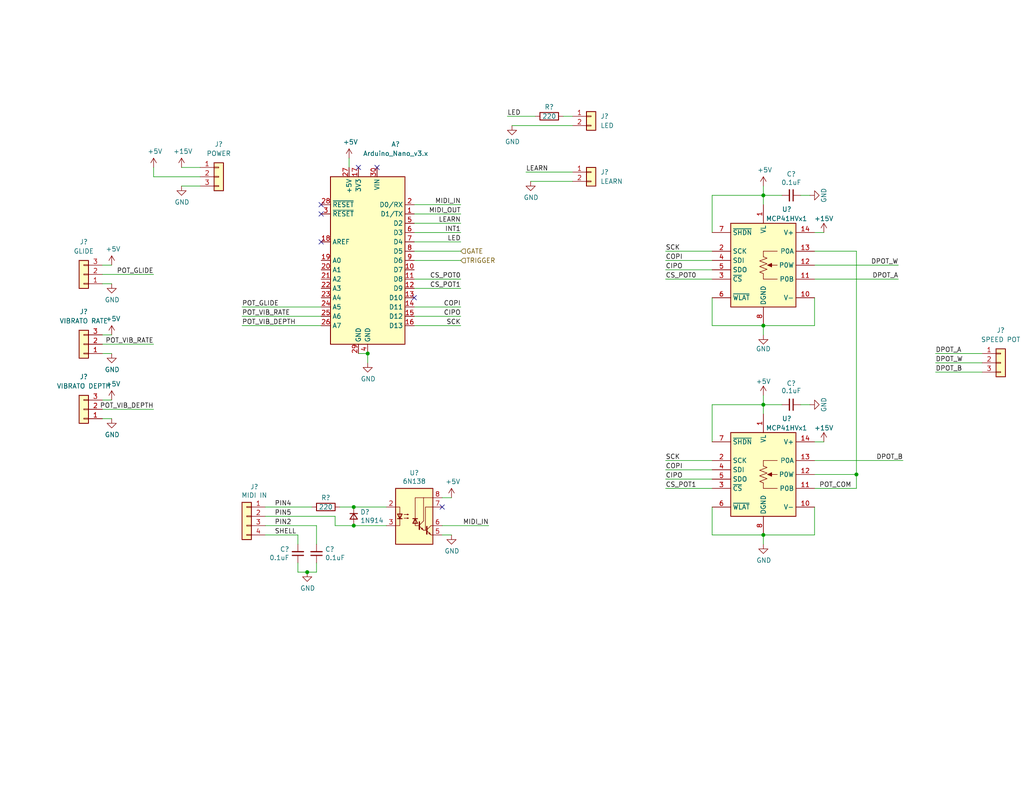
<source format=kicad_sch>
(kicad_sch (version 20211123) (generator eeschema)

  (uuid a81ca8e0-07b7-4d39-84dd-6791420a8d72)

  (paper "USLetter")

  (lib_symbols
    (symbol "Connector_Generic:Conn_01x02" (pin_names (offset 1.016) hide) (in_bom yes) (on_board yes)
      (property "Reference" "J" (id 0) (at 0 2.54 0)
        (effects (font (size 1.27 1.27)))
      )
      (property "Value" "Conn_01x02" (id 1) (at 0 -5.08 0)
        (effects (font (size 1.27 1.27)))
      )
      (property "Footprint" "" (id 2) (at 0 0 0)
        (effects (font (size 1.27 1.27)) hide)
      )
      (property "Datasheet" "~" (id 3) (at 0 0 0)
        (effects (font (size 1.27 1.27)) hide)
      )
      (property "ki_keywords" "connector" (id 4) (at 0 0 0)
        (effects (font (size 1.27 1.27)) hide)
      )
      (property "ki_description" "Generic connector, single row, 01x02, script generated (kicad-library-utils/schlib/autogen/connector/)" (id 5) (at 0 0 0)
        (effects (font (size 1.27 1.27)) hide)
      )
      (property "ki_fp_filters" "Connector*:*_1x??_*" (id 6) (at 0 0 0)
        (effects (font (size 1.27 1.27)) hide)
      )
      (symbol "Conn_01x02_1_1"
        (rectangle (start -1.27 -2.413) (end 0 -2.667)
          (stroke (width 0.1524) (type default) (color 0 0 0 0))
          (fill (type none))
        )
        (rectangle (start -1.27 0.127) (end 0 -0.127)
          (stroke (width 0.1524) (type default) (color 0 0 0 0))
          (fill (type none))
        )
        (rectangle (start -1.27 1.27) (end 1.27 -3.81)
          (stroke (width 0.254) (type default) (color 0 0 0 0))
          (fill (type background))
        )
        (pin passive line (at -5.08 0 0) (length 3.81)
          (name "Pin_1" (effects (font (size 1.27 1.27))))
          (number "1" (effects (font (size 1.27 1.27))))
        )
        (pin passive line (at -5.08 -2.54 0) (length 3.81)
          (name "Pin_2" (effects (font (size 1.27 1.27))))
          (number "2" (effects (font (size 1.27 1.27))))
        )
      )
    )
    (symbol "Connector_Generic:Conn_01x03" (pin_names (offset 1.016) hide) (in_bom yes) (on_board yes)
      (property "Reference" "J" (id 0) (at 0 5.08 0)
        (effects (font (size 1.27 1.27)))
      )
      (property "Value" "Conn_01x03" (id 1) (at 0 -5.08 0)
        (effects (font (size 1.27 1.27)))
      )
      (property "Footprint" "" (id 2) (at 0 0 0)
        (effects (font (size 1.27 1.27)) hide)
      )
      (property "Datasheet" "~" (id 3) (at 0 0 0)
        (effects (font (size 1.27 1.27)) hide)
      )
      (property "ki_keywords" "connector" (id 4) (at 0 0 0)
        (effects (font (size 1.27 1.27)) hide)
      )
      (property "ki_description" "Generic connector, single row, 01x03, script generated (kicad-library-utils/schlib/autogen/connector/)" (id 5) (at 0 0 0)
        (effects (font (size 1.27 1.27)) hide)
      )
      (property "ki_fp_filters" "Connector*:*_1x??_*" (id 6) (at 0 0 0)
        (effects (font (size 1.27 1.27)) hide)
      )
      (symbol "Conn_01x03_1_1"
        (rectangle (start -1.27 -2.413) (end 0 -2.667)
          (stroke (width 0.1524) (type default) (color 0 0 0 0))
          (fill (type none))
        )
        (rectangle (start -1.27 0.127) (end 0 -0.127)
          (stroke (width 0.1524) (type default) (color 0 0 0 0))
          (fill (type none))
        )
        (rectangle (start -1.27 2.667) (end 0 2.413)
          (stroke (width 0.1524) (type default) (color 0 0 0 0))
          (fill (type none))
        )
        (rectangle (start -1.27 3.81) (end 1.27 -3.81)
          (stroke (width 0.254) (type default) (color 0 0 0 0))
          (fill (type background))
        )
        (pin passive line (at -5.08 2.54 0) (length 3.81)
          (name "Pin_1" (effects (font (size 1.27 1.27))))
          (number "1" (effects (font (size 1.27 1.27))))
        )
        (pin passive line (at -5.08 0 0) (length 3.81)
          (name "Pin_2" (effects (font (size 1.27 1.27))))
          (number "2" (effects (font (size 1.27 1.27))))
        )
        (pin passive line (at -5.08 -2.54 0) (length 3.81)
          (name "Pin_3" (effects (font (size 1.27 1.27))))
          (number "3" (effects (font (size 1.27 1.27))))
        )
      )
    )
    (symbol "Connector_Generic:Conn_01x04" (pin_names (offset 1.016) hide) (in_bom yes) (on_board yes)
      (property "Reference" "J" (id 0) (at 0 5.08 0)
        (effects (font (size 1.27 1.27)))
      )
      (property "Value" "Conn_01x04" (id 1) (at 0 -7.62 0)
        (effects (font (size 1.27 1.27)))
      )
      (property "Footprint" "" (id 2) (at 0 0 0)
        (effects (font (size 1.27 1.27)) hide)
      )
      (property "Datasheet" "~" (id 3) (at 0 0 0)
        (effects (font (size 1.27 1.27)) hide)
      )
      (property "ki_keywords" "connector" (id 4) (at 0 0 0)
        (effects (font (size 1.27 1.27)) hide)
      )
      (property "ki_description" "Generic connector, single row, 01x04, script generated (kicad-library-utils/schlib/autogen/connector/)" (id 5) (at 0 0 0)
        (effects (font (size 1.27 1.27)) hide)
      )
      (property "ki_fp_filters" "Connector*:*_1x??_*" (id 6) (at 0 0 0)
        (effects (font (size 1.27 1.27)) hide)
      )
      (symbol "Conn_01x04_1_1"
        (rectangle (start -1.27 -4.953) (end 0 -5.207)
          (stroke (width 0.1524) (type default) (color 0 0 0 0))
          (fill (type none))
        )
        (rectangle (start -1.27 -2.413) (end 0 -2.667)
          (stroke (width 0.1524) (type default) (color 0 0 0 0))
          (fill (type none))
        )
        (rectangle (start -1.27 0.127) (end 0 -0.127)
          (stroke (width 0.1524) (type default) (color 0 0 0 0))
          (fill (type none))
        )
        (rectangle (start -1.27 2.667) (end 0 2.413)
          (stroke (width 0.1524) (type default) (color 0 0 0 0))
          (fill (type none))
        )
        (rectangle (start -1.27 3.81) (end 1.27 -6.35)
          (stroke (width 0.254) (type default) (color 0 0 0 0))
          (fill (type background))
        )
        (pin passive line (at -5.08 2.54 0) (length 3.81)
          (name "Pin_1" (effects (font (size 1.27 1.27))))
          (number "1" (effects (font (size 1.27 1.27))))
        )
        (pin passive line (at -5.08 0 0) (length 3.81)
          (name "Pin_2" (effects (font (size 1.27 1.27))))
          (number "2" (effects (font (size 1.27 1.27))))
        )
        (pin passive line (at -5.08 -2.54 0) (length 3.81)
          (name "Pin_3" (effects (font (size 1.27 1.27))))
          (number "3" (effects (font (size 1.27 1.27))))
        )
        (pin passive line (at -5.08 -5.08 0) (length 3.81)
          (name "Pin_4" (effects (font (size 1.27 1.27))))
          (number "4" (effects (font (size 1.27 1.27))))
        )
      )
    )
    (symbol "Device:C_Small" (pin_numbers hide) (pin_names (offset 0.254) hide) (in_bom yes) (on_board yes)
      (property "Reference" "C" (id 0) (at 0.254 1.778 0)
        (effects (font (size 1.27 1.27)) (justify left))
      )
      (property "Value" "C_Small" (id 1) (at 0.254 -2.032 0)
        (effects (font (size 1.27 1.27)) (justify left))
      )
      (property "Footprint" "" (id 2) (at 0 0 0)
        (effects (font (size 1.27 1.27)) hide)
      )
      (property "Datasheet" "~" (id 3) (at 0 0 0)
        (effects (font (size 1.27 1.27)) hide)
      )
      (property "ki_keywords" "capacitor cap" (id 4) (at 0 0 0)
        (effects (font (size 1.27 1.27)) hide)
      )
      (property "ki_description" "Unpolarized capacitor, small symbol" (id 5) (at 0 0 0)
        (effects (font (size 1.27 1.27)) hide)
      )
      (property "ki_fp_filters" "C_*" (id 6) (at 0 0 0)
        (effects (font (size 1.27 1.27)) hide)
      )
      (symbol "C_Small_0_1"
        (polyline
          (pts
            (xy -1.524 -0.508)
            (xy 1.524 -0.508)
          )
          (stroke (width 0.3302) (type default) (color 0 0 0 0))
          (fill (type none))
        )
        (polyline
          (pts
            (xy -1.524 0.508)
            (xy 1.524 0.508)
          )
          (stroke (width 0.3048) (type default) (color 0 0 0 0))
          (fill (type none))
        )
      )
      (symbol "C_Small_1_1"
        (pin passive line (at 0 2.54 270) (length 2.032)
          (name "~" (effects (font (size 1.27 1.27))))
          (number "1" (effects (font (size 1.27 1.27))))
        )
        (pin passive line (at 0 -2.54 90) (length 2.032)
          (name "~" (effects (font (size 1.27 1.27))))
          (number "2" (effects (font (size 1.27 1.27))))
        )
      )
    )
    (symbol "Device:D_Small" (pin_numbers hide) (pin_names (offset 0.254) hide) (in_bom yes) (on_board yes)
      (property "Reference" "D" (id 0) (at -1.27 2.032 0)
        (effects (font (size 1.27 1.27)) (justify left))
      )
      (property "Value" "D_Small" (id 1) (at -3.81 -2.032 0)
        (effects (font (size 1.27 1.27)) (justify left))
      )
      (property "Footprint" "" (id 2) (at 0 0 90)
        (effects (font (size 1.27 1.27)) hide)
      )
      (property "Datasheet" "~" (id 3) (at 0 0 90)
        (effects (font (size 1.27 1.27)) hide)
      )
      (property "ki_keywords" "diode" (id 4) (at 0 0 0)
        (effects (font (size 1.27 1.27)) hide)
      )
      (property "ki_description" "Diode, small symbol" (id 5) (at 0 0 0)
        (effects (font (size 1.27 1.27)) hide)
      )
      (property "ki_fp_filters" "TO-???* *_Diode_* *SingleDiode* D_*" (id 6) (at 0 0 0)
        (effects (font (size 1.27 1.27)) hide)
      )
      (symbol "D_Small_0_1"
        (polyline
          (pts
            (xy -0.762 -1.016)
            (xy -0.762 1.016)
          )
          (stroke (width 0.254) (type default) (color 0 0 0 0))
          (fill (type none))
        )
        (polyline
          (pts
            (xy -0.762 0)
            (xy 0.762 0)
          )
          (stroke (width 0) (type default) (color 0 0 0 0))
          (fill (type none))
        )
        (polyline
          (pts
            (xy 0.762 -1.016)
            (xy -0.762 0)
            (xy 0.762 1.016)
            (xy 0.762 -1.016)
          )
          (stroke (width 0.254) (type default) (color 0 0 0 0))
          (fill (type none))
        )
      )
      (symbol "D_Small_1_1"
        (pin passive line (at -2.54 0 0) (length 1.778)
          (name "K" (effects (font (size 1.27 1.27))))
          (number "1" (effects (font (size 1.27 1.27))))
        )
        (pin passive line (at 2.54 0 180) (length 1.778)
          (name "A" (effects (font (size 1.27 1.27))))
          (number "2" (effects (font (size 1.27 1.27))))
        )
      )
    )
    (symbol "Device:R" (pin_numbers hide) (pin_names (offset 0)) (in_bom yes) (on_board yes)
      (property "Reference" "R" (id 0) (at 2.032 0 90)
        (effects (font (size 1.27 1.27)))
      )
      (property "Value" "R" (id 1) (at 0 0 90)
        (effects (font (size 1.27 1.27)))
      )
      (property "Footprint" "" (id 2) (at -1.778 0 90)
        (effects (font (size 1.27 1.27)) hide)
      )
      (property "Datasheet" "~" (id 3) (at 0 0 0)
        (effects (font (size 1.27 1.27)) hide)
      )
      (property "ki_keywords" "R res resistor" (id 4) (at 0 0 0)
        (effects (font (size 1.27 1.27)) hide)
      )
      (property "ki_description" "Resistor" (id 5) (at 0 0 0)
        (effects (font (size 1.27 1.27)) hide)
      )
      (property "ki_fp_filters" "R_*" (id 6) (at 0 0 0)
        (effects (font (size 1.27 1.27)) hide)
      )
      (symbol "R_0_1"
        (rectangle (start -1.016 -2.54) (end 1.016 2.54)
          (stroke (width 0.254) (type default) (color 0 0 0 0))
          (fill (type none))
        )
      )
      (symbol "R_1_1"
        (pin passive line (at 0 3.81 270) (length 1.27)
          (name "~" (effects (font (size 1.27 1.27))))
          (number "1" (effects (font (size 1.27 1.27))))
        )
        (pin passive line (at 0 -3.81 90) (length 1.27)
          (name "~" (effects (font (size 1.27 1.27))))
          (number "2" (effects (font (size 1.27 1.27))))
        )
      )
    )
    (symbol "Isolator:6N138" (pin_names (offset 1.016) hide) (in_bom yes) (on_board yes)
      (property "Reference" "U" (id 0) (at -4.064 8.89 0)
        (effects (font (size 1.27 1.27)))
      )
      (property "Value" "6N138" (id 1) (at 2.286 8.89 0)
        (effects (font (size 1.27 1.27)))
      )
      (property "Footprint" "" (id 2) (at 7.366 -7.62 0)
        (effects (font (size 1.27 1.27)) hide)
      )
      (property "Datasheet" "http://www.onsemi.com/pub/Collateral/HCPL2731-D.pdf" (id 3) (at 7.366 -7.62 0)
        (effects (font (size 1.27 1.27)) hide)
      )
      (property "ki_keywords" "darlington optocoupler" (id 4) (at 0 0 0)
        (effects (font (size 1.27 1.27)) hide)
      )
      (property "ki_description" "Low Input Current high Gain Split Darlington Optocouplers, -0.5V to 7V VDD, DIP-8" (id 5) (at 0 0 0)
        (effects (font (size 1.27 1.27)) hide)
      )
      (property "ki_fp_filters" "DIP*W7.62mm* SMDIP*W9.53mm*" (id 6) (at 0 0 0)
        (effects (font (size 1.27 1.27)) hide)
      )
      (symbol "6N138_0_1"
        (rectangle (start -5.08 7.62) (end 5.08 -7.62)
          (stroke (width 0.254) (type default) (color 0 0 0 0))
          (fill (type background))
        )
        (polyline
          (pts
            (xy -4.572 -0.635)
            (xy -3.302 -0.635)
          )
          (stroke (width 0.254) (type default) (color 0 0 0 0))
          (fill (type none))
        )
        (polyline
          (pts
            (xy 0.889 -0.635)
            (xy -0.381 -0.635)
          )
          (stroke (width 0.254) (type default) (color 0 0 0 0))
          (fill (type none))
        )
        (polyline
          (pts
            (xy 1.397 -2.667)
            (xy 2.54 -3.81)
          )
          (stroke (width 0) (type default) (color 0 0 0 0))
          (fill (type none))
        )
        (polyline
          (pts
            (xy 1.397 -2.413)
            (xy 2.54 -1.27)
          )
          (stroke (width 0) (type default) (color 0 0 0 0))
          (fill (type none))
        )
        (polyline
          (pts
            (xy 2.54 -3.81)
            (xy 3.175 -3.81)
          )
          (stroke (width 0) (type default) (color 0 0 0 0))
          (fill (type none))
        )
        (polyline
          (pts
            (xy 3.429 -3.937)
            (xy 4.572 -5.08)
          )
          (stroke (width 0) (type default) (color 0 0 0 0))
          (fill (type none))
        )
        (polyline
          (pts
            (xy 3.429 -3.683)
            (xy 4.572 -2.54)
          )
          (stroke (width 0) (type default) (color 0 0 0 0))
          (fill (type none))
        )
        (polyline
          (pts
            (xy 4.572 -5.08)
            (xy 5.08 -5.08)
          )
          (stroke (width 0) (type default) (color 0 0 0 0))
          (fill (type none))
        )
        (polyline
          (pts
            (xy 4.572 -2.54)
            (xy 5.08 -2.54)
          )
          (stroke (width 0) (type default) (color 0 0 0 0))
          (fill (type none))
        )
        (polyline
          (pts
            (xy 1.397 -1.524)
            (xy 1.397 -3.556)
            (xy 1.397 -3.556)
          )
          (stroke (width 0.3556) (type default) (color 0 0 0 0))
          (fill (type none))
        )
        (polyline
          (pts
            (xy 2.54 -1.27)
            (xy 2.54 5.08)
            (xy 5.08 5.08)
          )
          (stroke (width 0) (type default) (color 0 0 0 0))
          (fill (type none))
        )
        (polyline
          (pts
            (xy 3.429 -2.794)
            (xy 3.429 -4.826)
            (xy 3.429 -4.826)
          )
          (stroke (width 0.3556) (type default) (color 0 0 0 0))
          (fill (type none))
        )
        (polyline
          (pts
            (xy 5.08 2.54)
            (xy 3.048 2.54)
            (xy 3.048 -3.81)
          )
          (stroke (width 0) (type default) (color 0 0 0 0))
          (fill (type none))
        )
        (polyline
          (pts
            (xy -5.08 -2.54)
            (xy -3.937 -2.54)
            (xy -3.937 2.54)
            (xy -5.08 2.54)
          )
          (stroke (width 0) (type default) (color 0 0 0 0))
          (fill (type none))
        )
        (polyline
          (pts
            (xy -3.937 -0.635)
            (xy -4.572 0.635)
            (xy -3.302 0.635)
            (xy -3.937 -0.635)
          )
          (stroke (width 0.254) (type default) (color 0 0 0 0))
          (fill (type none))
        )
        (polyline
          (pts
            (xy 0.254 -0.635)
            (xy 0.889 -1.905)
            (xy -0.381 -1.905)
            (xy 0.254 -0.635)
          )
          (stroke (width 0.254) (type default) (color 0 0 0 0))
          (fill (type none))
        )
        (polyline
          (pts
            (xy 1.27 -2.54)
            (xy 0.254 -2.54)
            (xy 0.254 5.08)
            (xy 2.54 5.08)
          )
          (stroke (width 0) (type default) (color 0 0 0 0))
          (fill (type none))
        )
        (polyline
          (pts
            (xy 2.413 -3.683)
            (xy 2.159 -3.175)
            (xy 1.905 -3.429)
            (xy 2.413 -3.683)
          )
          (stroke (width 0) (type default) (color 0 0 0 0))
          (fill (type none))
        )
        (polyline
          (pts
            (xy 4.445 -4.953)
            (xy 4.191 -4.445)
            (xy 3.937 -4.699)
            (xy 4.445 -4.953)
          )
          (stroke (width 0) (type default) (color 0 0 0 0))
          (fill (type none))
        )
        (polyline
          (pts
            (xy -2.794 -0.508)
            (xy -1.524 -0.508)
            (xy -1.905 -0.635)
            (xy -1.905 -0.381)
            (xy -1.524 -0.508)
          )
          (stroke (width 0) (type default) (color 0 0 0 0))
          (fill (type none))
        )
        (polyline
          (pts
            (xy -2.794 0.508)
            (xy -1.524 0.508)
            (xy -1.905 0.381)
            (xy -1.905 0.635)
            (xy -1.524 0.508)
          )
          (stroke (width 0) (type default) (color 0 0 0 0))
          (fill (type none))
        )
      )
      (symbol "6N138_1_1"
        (pin no_connect line (at -5.08 5.08 0) (length 2.54) hide
          (name "NC" (effects (font (size 1.27 1.27))))
          (number "1" (effects (font (size 1.27 1.27))))
        )
        (pin passive line (at -7.62 2.54 0) (length 2.54)
          (name "C1" (effects (font (size 1.27 1.27))))
          (number "2" (effects (font (size 1.27 1.27))))
        )
        (pin passive line (at -7.62 -2.54 0) (length 2.54)
          (name "C2" (effects (font (size 1.27 1.27))))
          (number "3" (effects (font (size 1.27 1.27))))
        )
        (pin no_connect line (at -5.08 -5.08 0) (length 2.54) hide
          (name "NC" (effects (font (size 1.27 1.27))))
          (number "4" (effects (font (size 1.27 1.27))))
        )
        (pin passive line (at 7.62 -5.08 180) (length 2.54)
          (name "GND" (effects (font (size 1.27 1.27))))
          (number "5" (effects (font (size 1.27 1.27))))
        )
        (pin passive line (at 7.62 -2.54 180) (length 2.54)
          (name "VO2" (effects (font (size 1.27 1.27))))
          (number "6" (effects (font (size 1.27 1.27))))
        )
        (pin passive line (at 7.62 2.54 180) (length 2.54)
          (name "VO1" (effects (font (size 1.27 1.27))))
          (number "7" (effects (font (size 1.27 1.27))))
        )
        (pin passive line (at 7.62 5.08 180) (length 2.54)
          (name "VCC" (effects (font (size 1.27 1.27))))
          (number "8" (effects (font (size 1.27 1.27))))
        )
      )
    )
    (symbol "MCP41HVx1:MCP41HVx1" (in_bom yes) (on_board yes)
      (property "Reference" "U" (id 0) (at 6.985 14.605 0)
        (effects (font (size 1.27 1.27)))
      )
      (property "Value" "MCP41HVx1" (id 1) (at 6.985 12.065 0)
        (effects (font (size 1.27 1.27)))
      )
      (property "Footprint" "Package_SO:TSSOP-14_4.4x5mm_P0.65mm" (id 2) (at 0 0 0)
        (effects (font (size 1.27 1.27)) hide)
      )
      (property "Datasheet" "" (id 3) (at 0 0 0)
        (effects (font (size 1.27 1.27)) hide)
      )
      (symbol "MCP41HVx1_0_1"
        (rectangle (start -8.89 11.43) (end 8.89 -11.43)
          (stroke (width 0.254) (type default) (color 0 0 0 0))
          (fill (type background))
        )
        (polyline
          (pts
            (xy 0 -3.81)
            (xy 3.81 -3.81)
          )
          (stroke (width 0) (type default) (color 0 0 0 0))
          (fill (type none))
        )
        (polyline
          (pts
            (xy 0 -2.54)
            (xy 0 -3.81)
          )
          (stroke (width 0) (type default) (color 0 0 0 0))
          (fill (type none))
        )
        (polyline
          (pts
            (xy 0 2.54)
            (xy 0 3.81)
          )
          (stroke (width 0) (type default) (color 0 0 0 0))
          (fill (type none))
        )
        (polyline
          (pts
            (xy 2.54 0)
            (xy 3.81 0)
          )
          (stroke (width 0) (type default) (color 0 0 0 0))
          (fill (type none))
        )
        (polyline
          (pts
            (xy 3.81 3.81)
            (xy 0 3.81)
          )
          (stroke (width 0) (type default) (color 0 0 0 0))
          (fill (type none))
        )
      )
      (symbol "MCP41HVx1_1_1"
        (polyline
          (pts
            (xy 0 -2.286)
            (xy 0 -2.54)
          )
          (stroke (width 0) (type default) (color 0 0 0 0))
          (fill (type none))
        )
        (polyline
          (pts
            (xy 0 2.54)
            (xy 0 2.286)
          )
          (stroke (width 0) (type default) (color 0 0 0 0))
          (fill (type none))
        )
        (polyline
          (pts
            (xy 2.54 0)
            (xy 1.524 0)
          )
          (stroke (width 0) (type default) (color 0 0 0 0))
          (fill (type none))
        )
        (polyline
          (pts
            (xy 1.143 0)
            (xy 2.286 0.508)
            (xy 2.286 -0.508)
            (xy 1.143 0)
          )
          (stroke (width 0) (type default) (color 0 0 0 0))
          (fill (type outline))
        )
        (polyline
          (pts
            (xy 0 -0.762)
            (xy 1.016 -1.143)
            (xy 0 -1.524)
            (xy -1.016 -1.905)
            (xy 0 -2.286)
          )
          (stroke (width 0) (type default) (color 0 0 0 0))
          (fill (type none))
        )
        (polyline
          (pts
            (xy 0 0.762)
            (xy 1.016 0.381)
            (xy 0 0)
            (xy -1.016 -0.381)
            (xy 0 -0.762)
          )
          (stroke (width 0) (type default) (color 0 0 0 0))
          (fill (type none))
        )
        (polyline
          (pts
            (xy 0 2.286)
            (xy 1.016 1.905)
            (xy 0 1.524)
            (xy -1.016 1.143)
            (xy 0 0.762)
          )
          (stroke (width 0) (type default) (color 0 0 0 0))
          (fill (type none))
        )
        (pin passive line (at 0 16.51 270) (length 5.08)
          (name "VL" (effects (font (size 1.27 1.27))))
          (number "1" (effects (font (size 1.27 1.27))))
        )
        (pin passive line (at 13.97 -8.89 180) (length 5.08)
          (name "V-" (effects (font (size 1.27 1.27))))
          (number "10" (effects (font (size 1.27 1.27))))
        )
        (pin passive line (at 13.97 -3.81 180) (length 5.08)
          (name "P0B" (effects (font (size 1.27 1.27))))
          (number "11" (effects (font (size 1.27 1.27))))
        )
        (pin passive line (at 13.97 0 180) (length 5.08)
          (name "P0W" (effects (font (size 1.27 1.27))))
          (number "12" (effects (font (size 1.27 1.27))))
        )
        (pin passive line (at 13.97 3.81 180) (length 5.08)
          (name "P0A" (effects (font (size 1.27 1.27))))
          (number "13" (effects (font (size 1.27 1.27))))
        )
        (pin passive line (at 13.97 8.89 180) (length 5.08)
          (name "V+" (effects (font (size 1.27 1.27))))
          (number "14" (effects (font (size 1.27 1.27))))
        )
        (pin input line (at -13.97 3.81 0) (length 5.08)
          (name "SCK" (effects (font (size 1.27 1.27))))
          (number "2" (effects (font (size 1.27 1.27))))
        )
        (pin input line (at -13.97 -3.81 0) (length 5.08)
          (name "~{CS}" (effects (font (size 1.27 1.27))))
          (number "3" (effects (font (size 1.27 1.27))))
        )
        (pin input line (at -13.97 1.27 0) (length 5.08)
          (name "SDI" (effects (font (size 1.27 1.27))))
          (number "4" (effects (font (size 1.27 1.27))))
        )
        (pin output line (at -13.97 -1.27 0) (length 5.08)
          (name "SDO" (effects (font (size 1.27 1.27))))
          (number "5" (effects (font (size 1.27 1.27))))
        )
        (pin input line (at -13.97 -8.89 0) (length 5.08)
          (name "~{WLAT}" (effects (font (size 1.27 1.27))))
          (number "6" (effects (font (size 1.27 1.27))))
        )
        (pin input line (at -13.97 8.89 0) (length 5.08)
          (name "~{SHDN}" (effects (font (size 1.27 1.27))))
          (number "7" (effects (font (size 1.27 1.27))))
        )
        (pin passive line (at 0 -16.51 90) (length 5.08)
          (name "DGND" (effects (font (size 1.27 1.27))))
          (number "8" (effects (font (size 1.27 1.27))))
        )
        (pin passive line (at 0 -16.51 90) (length 5.08) hide
          (name "NC" (effects (font (size 1.27 1.27))))
          (number "9" (effects (font (size 1.27 1.27))))
        )
      )
    )
    (symbol "MCP41HVx1_1" (in_bom yes) (on_board yes)
      (property "Reference" "U" (id 0) (at 6.985 14.605 0)
        (effects (font (size 1.27 1.27)))
      )
      (property "Value" "MCP41HVx1_1" (id 1) (at 6.985 12.065 0)
        (effects (font (size 1.27 1.27)))
      )
      (property "Footprint" "Package_SO:TSSOP-14_4.4x5mm_P0.65mm" (id 2) (at 0 0 0)
        (effects (font (size 1.27 1.27)) hide)
      )
      (property "Datasheet" "" (id 3) (at 0 0 0)
        (effects (font (size 1.27 1.27)) hide)
      )
      (symbol "MCP41HVx1_1_0_1"
        (rectangle (start -8.89 11.43) (end 8.89 -11.43)
          (stroke (width 0.254) (type default) (color 0 0 0 0))
          (fill (type background))
        )
        (polyline
          (pts
            (xy 0 -3.81)
            (xy 3.81 -3.81)
          )
          (stroke (width 0) (type default) (color 0 0 0 0))
          (fill (type none))
        )
        (polyline
          (pts
            (xy 0 -2.54)
            (xy 0 -3.81)
          )
          (stroke (width 0) (type default) (color 0 0 0 0))
          (fill (type none))
        )
        (polyline
          (pts
            (xy 0 2.54)
            (xy 0 3.81)
          )
          (stroke (width 0) (type default) (color 0 0 0 0))
          (fill (type none))
        )
        (polyline
          (pts
            (xy 2.54 0)
            (xy 3.81 0)
          )
          (stroke (width 0) (type default) (color 0 0 0 0))
          (fill (type none))
        )
        (polyline
          (pts
            (xy 3.81 3.81)
            (xy 0 3.81)
          )
          (stroke (width 0) (type default) (color 0 0 0 0))
          (fill (type none))
        )
      )
      (symbol "MCP41HVx1_1_1_1"
        (polyline
          (pts
            (xy 0 -2.286)
            (xy 0 -2.54)
          )
          (stroke (width 0) (type default) (color 0 0 0 0))
          (fill (type none))
        )
        (polyline
          (pts
            (xy 0 2.54)
            (xy 0 2.286)
          )
          (stroke (width 0) (type default) (color 0 0 0 0))
          (fill (type none))
        )
        (polyline
          (pts
            (xy 2.54 0)
            (xy 1.524 0)
          )
          (stroke (width 0) (type default) (color 0 0 0 0))
          (fill (type none))
        )
        (polyline
          (pts
            (xy 1.143 0)
            (xy 2.286 0.508)
            (xy 2.286 -0.508)
            (xy 1.143 0)
          )
          (stroke (width 0) (type default) (color 0 0 0 0))
          (fill (type outline))
        )
        (polyline
          (pts
            (xy 0 -0.762)
            (xy 1.016 -1.143)
            (xy 0 -1.524)
            (xy -1.016 -1.905)
            (xy 0 -2.286)
          )
          (stroke (width 0) (type default) (color 0 0 0 0))
          (fill (type none))
        )
        (polyline
          (pts
            (xy 0 0.762)
            (xy 1.016 0.381)
            (xy 0 0)
            (xy -1.016 -0.381)
            (xy 0 -0.762)
          )
          (stroke (width 0) (type default) (color 0 0 0 0))
          (fill (type none))
        )
        (polyline
          (pts
            (xy 0 2.286)
            (xy 1.016 1.905)
            (xy 0 1.524)
            (xy -1.016 1.143)
            (xy 0 0.762)
          )
          (stroke (width 0) (type default) (color 0 0 0 0))
          (fill (type none))
        )
        (pin passive line (at 0 16.51 270) (length 5.08)
          (name "VL" (effects (font (size 1.27 1.27))))
          (number "1" (effects (font (size 1.27 1.27))))
        )
        (pin passive line (at 13.97 -8.89 180) (length 5.08)
          (name "V-" (effects (font (size 1.27 1.27))))
          (number "10" (effects (font (size 1.27 1.27))))
        )
        (pin passive line (at 13.97 -3.81 180) (length 5.08)
          (name "P0B" (effects (font (size 1.27 1.27))))
          (number "11" (effects (font (size 1.27 1.27))))
        )
        (pin passive line (at 13.97 0 180) (length 5.08)
          (name "P0W" (effects (font (size 1.27 1.27))))
          (number "12" (effects (font (size 1.27 1.27))))
        )
        (pin passive line (at 13.97 3.81 180) (length 5.08)
          (name "P0A" (effects (font (size 1.27 1.27))))
          (number "13" (effects (font (size 1.27 1.27))))
        )
        (pin passive line (at 13.97 8.89 180) (length 5.08)
          (name "V+" (effects (font (size 1.27 1.27))))
          (number "14" (effects (font (size 1.27 1.27))))
        )
        (pin input line (at -13.97 3.81 0) (length 5.08)
          (name "SCK" (effects (font (size 1.27 1.27))))
          (number "2" (effects (font (size 1.27 1.27))))
        )
        (pin input line (at -13.97 -3.81 0) (length 5.08)
          (name "~{CS}" (effects (font (size 1.27 1.27))))
          (number "3" (effects (font (size 1.27 1.27))))
        )
        (pin input line (at -13.97 1.27 0) (length 5.08)
          (name "SDI" (effects (font (size 1.27 1.27))))
          (number "4" (effects (font (size 1.27 1.27))))
        )
        (pin output line (at -13.97 -1.27 0) (length 5.08)
          (name "SDO" (effects (font (size 1.27 1.27))))
          (number "5" (effects (font (size 1.27 1.27))))
        )
        (pin input line (at -13.97 -8.89 0) (length 5.08)
          (name "~{WLAT}" (effects (font (size 1.27 1.27))))
          (number "6" (effects (font (size 1.27 1.27))))
        )
        (pin input line (at -13.97 8.89 0) (length 5.08)
          (name "~{SHDN}" (effects (font (size 1.27 1.27))))
          (number "7" (effects (font (size 1.27 1.27))))
        )
        (pin passive line (at 0 -16.51 90) (length 5.08)
          (name "DGND" (effects (font (size 1.27 1.27))))
          (number "8" (effects (font (size 1.27 1.27))))
        )
        (pin passive line (at 0 -16.51 90) (length 5.08) hide
          (name "NC" (effects (font (size 1.27 1.27))))
          (number "9" (effects (font (size 1.27 1.27))))
        )
      )
    )
    (symbol "power:+15V" (power) (pin_names (offset 0)) (in_bom yes) (on_board yes)
      (property "Reference" "#PWR" (id 0) (at 0 -3.81 0)
        (effects (font (size 1.27 1.27)) hide)
      )
      (property "Value" "+15V" (id 1) (at 0 3.556 0)
        (effects (font (size 1.27 1.27)))
      )
      (property "Footprint" "" (id 2) (at 0 0 0)
        (effects (font (size 1.27 1.27)) hide)
      )
      (property "Datasheet" "" (id 3) (at 0 0 0)
        (effects (font (size 1.27 1.27)) hide)
      )
      (property "ki_keywords" "power-flag" (id 4) (at 0 0 0)
        (effects (font (size 1.27 1.27)) hide)
      )
      (property "ki_description" "Power symbol creates a global label with name \"+15V\"" (id 5) (at 0 0 0)
        (effects (font (size 1.27 1.27)) hide)
      )
      (symbol "+15V_0_1"
        (polyline
          (pts
            (xy -0.762 1.27)
            (xy 0 2.54)
          )
          (stroke (width 0) (type default) (color 0 0 0 0))
          (fill (type none))
        )
        (polyline
          (pts
            (xy 0 0)
            (xy 0 2.54)
          )
          (stroke (width 0) (type default) (color 0 0 0 0))
          (fill (type none))
        )
        (polyline
          (pts
            (xy 0 2.54)
            (xy 0.762 1.27)
          )
          (stroke (width 0) (type default) (color 0 0 0 0))
          (fill (type none))
        )
      )
      (symbol "+15V_1_1"
        (pin power_in line (at 0 0 90) (length 0) hide
          (name "+15V" (effects (font (size 1.27 1.27))))
          (number "1" (effects (font (size 1.27 1.27))))
        )
      )
    )
    (symbol "power:+5V" (power) (pin_names (offset 0)) (in_bom yes) (on_board yes)
      (property "Reference" "#PWR" (id 0) (at 0 -3.81 0)
        (effects (font (size 1.27 1.27)) hide)
      )
      (property "Value" "+5V" (id 1) (at 0 3.556 0)
        (effects (font (size 1.27 1.27)))
      )
      (property "Footprint" "" (id 2) (at 0 0 0)
        (effects (font (size 1.27 1.27)) hide)
      )
      (property "Datasheet" "" (id 3) (at 0 0 0)
        (effects (font (size 1.27 1.27)) hide)
      )
      (property "ki_keywords" "power-flag" (id 4) (at 0 0 0)
        (effects (font (size 1.27 1.27)) hide)
      )
      (property "ki_description" "Power symbol creates a global label with name \"+5V\"" (id 5) (at 0 0 0)
        (effects (font (size 1.27 1.27)) hide)
      )
      (symbol "+5V_0_1"
        (polyline
          (pts
            (xy -0.762 1.27)
            (xy 0 2.54)
          )
          (stroke (width 0) (type default) (color 0 0 0 0))
          (fill (type none))
        )
        (polyline
          (pts
            (xy 0 0)
            (xy 0 2.54)
          )
          (stroke (width 0) (type default) (color 0 0 0 0))
          (fill (type none))
        )
        (polyline
          (pts
            (xy 0 2.54)
            (xy 0.762 1.27)
          )
          (stroke (width 0) (type default) (color 0 0 0 0))
          (fill (type none))
        )
      )
      (symbol "+5V_1_1"
        (pin power_in line (at 0 0 90) (length 0) hide
          (name "+5V" (effects (font (size 1.27 1.27))))
          (number "1" (effects (font (size 1.27 1.27))))
        )
      )
    )
    (symbol "power:GND" (power) (pin_names (offset 0)) (in_bom yes) (on_board yes)
      (property "Reference" "#PWR" (id 0) (at 0 -6.35 0)
        (effects (font (size 1.27 1.27)) hide)
      )
      (property "Value" "GND" (id 1) (at 0 -3.81 0)
        (effects (font (size 1.27 1.27)))
      )
      (property "Footprint" "" (id 2) (at 0 0 0)
        (effects (font (size 1.27 1.27)) hide)
      )
      (property "Datasheet" "" (id 3) (at 0 0 0)
        (effects (font (size 1.27 1.27)) hide)
      )
      (property "ki_keywords" "power-flag" (id 4) (at 0 0 0)
        (effects (font (size 1.27 1.27)) hide)
      )
      (property "ki_description" "Power symbol creates a global label with name \"GND\" , ground" (id 5) (at 0 0 0)
        (effects (font (size 1.27 1.27)) hide)
      )
      (symbol "GND_0_1"
        (polyline
          (pts
            (xy 0 0)
            (xy 0 -1.27)
            (xy 1.27 -1.27)
            (xy 0 -2.54)
            (xy -1.27 -1.27)
            (xy 0 -1.27)
          )
          (stroke (width 0) (type default) (color 0 0 0 0))
          (fill (type none))
        )
      )
      (symbol "GND_1_1"
        (pin power_in line (at 0 0 270) (length 0) hide
          (name "GND" (effects (font (size 1.27 1.27))))
          (number "1" (effects (font (size 1.27 1.27))))
        )
      )
    )
    (symbol "tape_deck_circuit-rescue:Arduino_Nano_v3.x-MCU_Module" (in_bom yes) (on_board yes)
      (property "Reference" "A" (id 0) (at -10.16 23.495 0)
        (effects (font (size 1.27 1.27)) (justify left bottom))
      )
      (property "Value" "tape_deck_circuit-rescue_Arduino_Nano_v3.x-MCU_Module" (id 1) (at 5.08 -24.13 0)
        (effects (font (size 1.27 1.27)) (justify left top))
      )
      (property "Footprint" "Module:Arduino_Nano" (id 2) (at 0 0 0)
        (effects (font (size 1.27 1.27) italic) hide)
      )
      (property "Datasheet" "" (id 3) (at 0 0 0)
        (effects (font (size 1.27 1.27)) hide)
      )
      (property "ki_fp_filters" "Arduino*Nano*" (id 4) (at 0 0 0)
        (effects (font (size 1.27 1.27)) hide)
      )
      (symbol "Arduino_Nano_v3.x-MCU_Module_0_1"
        (rectangle (start -10.16 22.86) (end 10.16 -22.86)
          (stroke (width 0.254) (type default) (color 0 0 0 0))
          (fill (type background))
        )
      )
      (symbol "Arduino_Nano_v3.x-MCU_Module_1_1"
        (pin bidirectional line (at -12.7 12.7 0) (length 2.54)
          (name "D1/TX" (effects (font (size 1.27 1.27))))
          (number "1" (effects (font (size 1.27 1.27))))
        )
        (pin bidirectional line (at -12.7 -2.54 0) (length 2.54)
          (name "D7" (effects (font (size 1.27 1.27))))
          (number "10" (effects (font (size 1.27 1.27))))
        )
        (pin bidirectional line (at -12.7 -5.08 0) (length 2.54)
          (name "D8" (effects (font (size 1.27 1.27))))
          (number "11" (effects (font (size 1.27 1.27))))
        )
        (pin bidirectional line (at -12.7 -7.62 0) (length 2.54)
          (name "D9" (effects (font (size 1.27 1.27))))
          (number "12" (effects (font (size 1.27 1.27))))
        )
        (pin bidirectional line (at -12.7 -10.16 0) (length 2.54)
          (name "D10" (effects (font (size 1.27 1.27))))
          (number "13" (effects (font (size 1.27 1.27))))
        )
        (pin bidirectional line (at -12.7 -12.7 0) (length 2.54)
          (name "D11" (effects (font (size 1.27 1.27))))
          (number "14" (effects (font (size 1.27 1.27))))
        )
        (pin bidirectional line (at -12.7 -15.24 0) (length 2.54)
          (name "D12" (effects (font (size 1.27 1.27))))
          (number "15" (effects (font (size 1.27 1.27))))
        )
        (pin bidirectional line (at -12.7 -17.78 0) (length 2.54)
          (name "D13" (effects (font (size 1.27 1.27))))
          (number "16" (effects (font (size 1.27 1.27))))
        )
        (pin power_out line (at 2.54 25.4 270) (length 2.54)
          (name "3V3" (effects (font (size 1.27 1.27))))
          (number "17" (effects (font (size 1.27 1.27))))
        )
        (pin input line (at 12.7 5.08 180) (length 2.54)
          (name "AREF" (effects (font (size 1.27 1.27))))
          (number "18" (effects (font (size 1.27 1.27))))
        )
        (pin bidirectional line (at 12.7 0 180) (length 2.54)
          (name "A0" (effects (font (size 1.27 1.27))))
          (number "19" (effects (font (size 1.27 1.27))))
        )
        (pin bidirectional line (at -12.7 15.24 0) (length 2.54)
          (name "D0/RX" (effects (font (size 1.27 1.27))))
          (number "2" (effects (font (size 1.27 1.27))))
        )
        (pin bidirectional line (at 12.7 -2.54 180) (length 2.54)
          (name "A1" (effects (font (size 1.27 1.27))))
          (number "20" (effects (font (size 1.27 1.27))))
        )
        (pin bidirectional line (at 12.7 -5.08 180) (length 2.54)
          (name "A2" (effects (font (size 1.27 1.27))))
          (number "21" (effects (font (size 1.27 1.27))))
        )
        (pin bidirectional line (at 12.7 -7.62 180) (length 2.54)
          (name "A3" (effects (font (size 1.27 1.27))))
          (number "22" (effects (font (size 1.27 1.27))))
        )
        (pin bidirectional line (at 12.7 -10.16 180) (length 2.54)
          (name "A4" (effects (font (size 1.27 1.27))))
          (number "23" (effects (font (size 1.27 1.27))))
        )
        (pin bidirectional line (at 12.7 -12.7 180) (length 2.54)
          (name "A5" (effects (font (size 1.27 1.27))))
          (number "24" (effects (font (size 1.27 1.27))))
        )
        (pin bidirectional line (at 12.7 -15.24 180) (length 2.54)
          (name "A6" (effects (font (size 1.27 1.27))))
          (number "25" (effects (font (size 1.27 1.27))))
        )
        (pin bidirectional line (at 12.7 -17.78 180) (length 2.54)
          (name "A7" (effects (font (size 1.27 1.27))))
          (number "26" (effects (font (size 1.27 1.27))))
        )
        (pin power_out line (at 5.08 25.4 270) (length 2.54)
          (name "+5V" (effects (font (size 1.27 1.27))))
          (number "27" (effects (font (size 1.27 1.27))))
        )
        (pin input line (at 12.7 15.24 180) (length 2.54)
          (name "~{RESET}" (effects (font (size 1.27 1.27))))
          (number "28" (effects (font (size 1.27 1.27))))
        )
        (pin power_in line (at 2.54 -25.4 90) (length 2.54)
          (name "GND" (effects (font (size 1.27 1.27))))
          (number "29" (effects (font (size 1.27 1.27))))
        )
        (pin input line (at 12.7 12.7 180) (length 2.54)
          (name "~{RESET}" (effects (font (size 1.27 1.27))))
          (number "3" (effects (font (size 1.27 1.27))))
        )
        (pin power_in line (at -2.54 25.4 270) (length 2.54)
          (name "VIN" (effects (font (size 1.27 1.27))))
          (number "30" (effects (font (size 1.27 1.27))))
        )
        (pin power_in line (at 0 -25.4 90) (length 2.54)
          (name "GND" (effects (font (size 1.27 1.27))))
          (number "4" (effects (font (size 1.27 1.27))))
        )
        (pin bidirectional line (at -12.7 10.16 0) (length 2.54)
          (name "D2" (effects (font (size 1.27 1.27))))
          (number "5" (effects (font (size 1.27 1.27))))
        )
        (pin bidirectional line (at -12.7 7.62 0) (length 2.54)
          (name "D3" (effects (font (size 1.27 1.27))))
          (number "6" (effects (font (size 1.27 1.27))))
        )
        (pin bidirectional line (at -12.7 5.08 0) (length 2.54)
          (name "D4" (effects (font (size 1.27 1.27))))
          (number "7" (effects (font (size 1.27 1.27))))
        )
        (pin bidirectional line (at -12.7 2.54 0) (length 2.54)
          (name "D5" (effects (font (size 1.27 1.27))))
          (number "8" (effects (font (size 1.27 1.27))))
        )
        (pin bidirectional line (at -12.7 0 0) (length 2.54)
          (name "D6" (effects (font (size 1.27 1.27))))
          (number "9" (effects (font (size 1.27 1.27))))
        )
      )
    )
  )

  (junction (at 83.82 156.21) (diameter 0) (color 0 0 0 0)
    (uuid 1ed07e06-0661-4f06-81dc-f65eb1c31cec)
  )
  (junction (at 208.28 88.9) (diameter 0) (color 0 0 0 0)
    (uuid 23018166-1897-4ce5-9f92-c493a5f425dc)
  )
  (junction (at 208.28 146.05) (diameter 0) (color 0 0 0 0)
    (uuid 47ad8d90-97ae-4060-8532-b6e9ec852986)
  )
  (junction (at 233.68 129.54) (diameter 0) (color 0 0 0 0)
    (uuid 54f8174e-1341-4cd2-ac79-e9d6cde2fa27)
  )
  (junction (at 100.33 96.52) (diameter 0) (color 0 0 0 0)
    (uuid 9672f83d-f11f-4e50-935d-c18bf5702d6b)
  )
  (junction (at 96.52 138.43) (diameter 0) (color 0 0 0 0)
    (uuid 9776c97c-d9c6-4dfa-b02d-3f023f70dfce)
  )
  (junction (at 208.28 53.34) (diameter 0) (color 0 0 0 0)
    (uuid d03711c9-f9bd-48cc-ba8e-cef3143939de)
  )
  (junction (at 208.28 110.49) (diameter 0) (color 0 0 0 0)
    (uuid d469206e-7d4e-45af-88a3-d7180d3e91b1)
  )
  (junction (at 96.52 143.51) (diameter 0) (color 0 0 0 0)
    (uuid e4db9fab-becb-4fa6-a4c6-283ffa3a860c)
  )

  (no_connect (at 120.65 138.43) (uuid 019bec97-a4a5-4450-acb4-3c7fe0ccfe68))
  (no_connect (at 87.63 66.04) (uuid 6ebae4a0-c848-4815-91ac-25ff1ae53166))
  (no_connect (at 102.87 45.72) (uuid 9245e388-3c8a-43af-8034-da69fafceb1f))
  (no_connect (at 97.79 45.72) (uuid 953d104b-60ef-4800-bef7-5e2c27f16ff9))
  (no_connect (at 87.63 55.88) (uuid 9c522198-3db9-4e23-adf6-5764d75575f8))
  (no_connect (at 87.63 58.42) (uuid ad3b1b34-6af6-4ba8-9ad8-6b0c1e82ebb3))
  (no_connect (at 113.03 81.28) (uuid b4f7f201-e233-4bf6-8859-3b3c456af0e9))

  (wire (pts (xy 208.28 107.95) (xy 208.28 110.49))
    (stroke (width 0) (type default) (color 0 0 0 0))
    (uuid 09199ab4-c270-48ba-b22d-76e199699fa7)
  )
  (wire (pts (xy 181.61 68.58) (xy 194.31 68.58))
    (stroke (width 0) (type default) (color 0 0 0 0))
    (uuid 09cd502f-a870-47e8-9467-5ca9caf020a9)
  )
  (wire (pts (xy 97.79 96.52) (xy 100.33 96.52))
    (stroke (width 0) (type default) (color 0 0 0 0))
    (uuid 0bab2091-166e-486b-b62e-eea229ff5f85)
  )
  (wire (pts (xy 194.31 81.28) (xy 194.31 88.9))
    (stroke (width 0) (type default) (color 0 0 0 0))
    (uuid 0cf47ef4-708a-4646-a5fe-642782e9bc1e)
  )
  (wire (pts (xy 41.91 45.72) (xy 41.91 48.26))
    (stroke (width 0) (type default) (color 0 0 0 0))
    (uuid 0dd51999-64e7-40cb-b38b-59d8826dfe9a)
  )
  (wire (pts (xy 181.61 73.66) (xy 194.31 73.66))
    (stroke (width 0) (type default) (color 0 0 0 0))
    (uuid 0ecf3363-2d82-4840-a316-684e74e86140)
  )
  (wire (pts (xy 194.31 146.05) (xy 194.31 138.43))
    (stroke (width 0) (type default) (color 0 0 0 0))
    (uuid 0efa6982-d90d-4919-a725-b226f65e76c0)
  )
  (wire (pts (xy 81.28 146.05) (xy 81.28 148.59))
    (stroke (width 0) (type default) (color 0 0 0 0))
    (uuid 1101fa91-813a-48e5-a021-32396a5543c2)
  )
  (wire (pts (xy 66.04 83.82) (xy 87.63 83.82))
    (stroke (width 0) (type default) (color 0 0 0 0))
    (uuid 1a3d7e29-9e7d-49a2-a886-da591f272b0c)
  )
  (wire (pts (xy 208.28 110.49) (xy 194.31 110.49))
    (stroke (width 0) (type default) (color 0 0 0 0))
    (uuid 1aa48c59-13b4-42d8-83ea-24e8ee1b0d44)
  )
  (wire (pts (xy 125.73 55.88) (xy 113.03 55.88))
    (stroke (width 0) (type default) (color 0 0 0 0))
    (uuid 1b08c0f0-0483-40e7-b66b-2a0ed118981d)
  )
  (wire (pts (xy 113.03 76.2) (xy 125.73 76.2))
    (stroke (width 0) (type default) (color 0 0 0 0))
    (uuid 2895f1dd-861c-4aaa-8b09-512e22528f81)
  )
  (wire (pts (xy 113.03 68.58) (xy 125.73 68.58))
    (stroke (width 0) (type default) (color 0 0 0 0))
    (uuid 28de03f9-f64f-4383-b793-6bc6e20f3026)
  )
  (wire (pts (xy 27.94 114.3) (xy 30.48 114.3))
    (stroke (width 0) (type default) (color 0 0 0 0))
    (uuid 297f7906-490e-4b96-8717-4644c89c3801)
  )
  (wire (pts (xy 208.28 146.05) (xy 222.25 146.05))
    (stroke (width 0) (type default) (color 0 0 0 0))
    (uuid 29df78cf-3370-4f01-a133-3f1e3e65d323)
  )
  (wire (pts (xy 95.25 43.18) (xy 95.25 45.72))
    (stroke (width 0) (type default) (color 0 0 0 0))
    (uuid 301bd229-7d21-4138-a752-4d79100e79ac)
  )
  (wire (pts (xy 208.28 53.34) (xy 208.28 55.88))
    (stroke (width 0) (type default) (color 0 0 0 0))
    (uuid 3398fd1c-e9ca-4112-a9e8-d61681410cf5)
  )
  (wire (pts (xy 49.53 50.8) (xy 54.61 50.8))
    (stroke (width 0) (type default) (color 0 0 0 0))
    (uuid 3543c70d-ff30-4cce-bda7-2a33ca2b98cf)
  )
  (wire (pts (xy 208.28 146.05) (xy 208.28 148.59))
    (stroke (width 0) (type default) (color 0 0 0 0))
    (uuid 360db81f-6fc3-4b64-948f-d2b8f97e2bf4)
  )
  (wire (pts (xy 255.27 101.6) (xy 267.97 101.6))
    (stroke (width 0) (type default) (color 0 0 0 0))
    (uuid 388e4b50-fd4a-4d91-8fbe-3fd4d71624fd)
  )
  (wire (pts (xy 194.31 53.34) (xy 194.31 63.5))
    (stroke (width 0) (type default) (color 0 0 0 0))
    (uuid 3cb79b3e-c6f3-412c-aa83-05464d5ff56e)
  )
  (wire (pts (xy 139.7 34.29) (xy 156.21 34.29))
    (stroke (width 0) (type default) (color 0 0 0 0))
    (uuid 3cf02d90-da6b-481e-aa9f-d394bbd3aac2)
  )
  (wire (pts (xy 72.39 146.05) (xy 81.28 146.05))
    (stroke (width 0) (type default) (color 0 0 0 0))
    (uuid 3fe80908-162b-4bcf-93ac-97d55e7abe9c)
  )
  (wire (pts (xy 194.31 146.05) (xy 208.28 146.05))
    (stroke (width 0) (type default) (color 0 0 0 0))
    (uuid 40551c5a-41fd-4170-b458-e2b2d9f13fde)
  )
  (wire (pts (xy 181.61 130.81) (xy 194.31 130.81))
    (stroke (width 0) (type default) (color 0 0 0 0))
    (uuid 4070e9e7-0421-42f6-9dd9-90a388288ffb)
  )
  (wire (pts (xy 208.28 53.34) (xy 194.31 53.34))
    (stroke (width 0) (type default) (color 0 0 0 0))
    (uuid 421635f7-5073-4da4-adae-3a44db1f9d03)
  )
  (wire (pts (xy 125.73 83.82) (xy 113.03 83.82))
    (stroke (width 0) (type default) (color 0 0 0 0))
    (uuid 4256ceff-54f6-4e41-ae98-ca31bb636a17)
  )
  (wire (pts (xy 91.44 143.51) (xy 96.52 143.51))
    (stroke (width 0) (type default) (color 0 0 0 0))
    (uuid 474cf908-9332-4019-896f-e2392666d8f1)
  )
  (wire (pts (xy 222.25 68.58) (xy 233.68 68.58))
    (stroke (width 0) (type default) (color 0 0 0 0))
    (uuid 47507f68-b1c5-4340-bfa4-27b52767d799)
  )
  (wire (pts (xy 96.52 138.43) (xy 105.41 138.43))
    (stroke (width 0) (type default) (color 0 0 0 0))
    (uuid 4a45c73a-9eec-4f6f-b3ce-6b203b1c2007)
  )
  (wire (pts (xy 86.36 143.51) (xy 86.36 148.59))
    (stroke (width 0) (type default) (color 0 0 0 0))
    (uuid 4da5d714-961e-469a-a748-b5415c1ad909)
  )
  (wire (pts (xy 220.98 53.34) (xy 218.44 53.34))
    (stroke (width 0) (type default) (color 0 0 0 0))
    (uuid 4fcbd927-5282-4394-a5b0-2213f04ad4be)
  )
  (wire (pts (xy 144.78 49.53) (xy 156.21 49.53))
    (stroke (width 0) (type default) (color 0 0 0 0))
    (uuid 5af8fe56-bd6d-40ff-b583-d1a568fdc52f)
  )
  (wire (pts (xy 72.39 143.51) (xy 86.36 143.51))
    (stroke (width 0) (type default) (color 0 0 0 0))
    (uuid 5b2862fe-e1db-4a62-982a-0f4c5aa5104b)
  )
  (wire (pts (xy 194.31 88.9) (xy 208.28 88.9))
    (stroke (width 0) (type default) (color 0 0 0 0))
    (uuid 5f216dfd-d3cb-4394-9bcc-c06e32c32c8c)
  )
  (wire (pts (xy 194.31 128.27) (xy 181.61 128.27))
    (stroke (width 0) (type default) (color 0 0 0 0))
    (uuid 63a0e27f-d3f5-4ecc-b1b7-e6876f1754e2)
  )
  (wire (pts (xy 208.28 53.34) (xy 213.36 53.34))
    (stroke (width 0) (type default) (color 0 0 0 0))
    (uuid 63f63f59-157e-41a4-acee-1be757fe91e8)
  )
  (wire (pts (xy 83.82 156.21) (xy 81.28 156.21))
    (stroke (width 0) (type default) (color 0 0 0 0))
    (uuid 65907737-a66e-4ef9-8f1b-a160b525b508)
  )
  (wire (pts (xy 27.94 93.98) (xy 41.91 93.98))
    (stroke (width 0) (type default) (color 0 0 0 0))
    (uuid 65cfe6ab-aa6d-44bc-97ed-2622932fe99a)
  )
  (wire (pts (xy 233.68 129.54) (xy 233.68 68.58))
    (stroke (width 0) (type default) (color 0 0 0 0))
    (uuid 666f840b-d0df-433a-86d3-30fce37c8e60)
  )
  (wire (pts (xy 138.43 31.75) (xy 146.05 31.75))
    (stroke (width 0) (type default) (color 0 0 0 0))
    (uuid 6a22f18a-1761-444e-9846-6ba85e21a192)
  )
  (wire (pts (xy 120.65 146.05) (xy 123.19 146.05))
    (stroke (width 0) (type default) (color 0 0 0 0))
    (uuid 6c55eabf-170d-49c5-ad06-9dcd0360ed87)
  )
  (wire (pts (xy 125.73 63.5) (xy 113.03 63.5))
    (stroke (width 0) (type default) (color 0 0 0 0))
    (uuid 71c994ee-deab-4fce-b395-342b9a04b204)
  )
  (wire (pts (xy 143.51 46.99) (xy 156.21 46.99))
    (stroke (width 0) (type default) (color 0 0 0 0))
    (uuid 73a20261-cdcd-49c4-8565-e806ae89c4e7)
  )
  (wire (pts (xy 27.94 74.93) (xy 41.91 74.93))
    (stroke (width 0) (type default) (color 0 0 0 0))
    (uuid 73fdf51f-dbe7-45f1-86af-13c43c035075)
  )
  (wire (pts (xy 220.98 110.49) (xy 218.44 110.49))
    (stroke (width 0) (type default) (color 0 0 0 0))
    (uuid 778db6fb-b246-471d-99d5-750bc8a2dada)
  )
  (wire (pts (xy 81.28 153.67) (xy 81.28 156.21))
    (stroke (width 0) (type default) (color 0 0 0 0))
    (uuid 778dcb2e-8130-4be1-976f-dde777437846)
  )
  (wire (pts (xy 194.31 71.12) (xy 181.61 71.12))
    (stroke (width 0) (type default) (color 0 0 0 0))
    (uuid 7bc5f4c4-25a8-4fdf-8ae2-e01e386e8cd6)
  )
  (wire (pts (xy 27.94 96.52) (xy 30.48 96.52))
    (stroke (width 0) (type default) (color 0 0 0 0))
    (uuid 7d0a72b6-1f5b-41e9-847c-9aacd0db6aab)
  )
  (wire (pts (xy 208.28 110.49) (xy 208.28 113.03))
    (stroke (width 0) (type default) (color 0 0 0 0))
    (uuid 7e066eb2-7168-46c5-aa2c-cd32100a2626)
  )
  (wire (pts (xy 222.25 125.73) (xy 246.38 125.73))
    (stroke (width 0) (type default) (color 0 0 0 0))
    (uuid 81062c4e-f978-405b-b0ec-7d17fb51d951)
  )
  (wire (pts (xy 125.73 86.36) (xy 113.03 86.36))
    (stroke (width 0) (type default) (color 0 0 0 0))
    (uuid 8189287c-5b7b-4c36-a9cc-a9836a06d991)
  )
  (wire (pts (xy 233.68 129.54) (xy 233.68 133.35))
    (stroke (width 0) (type default) (color 0 0 0 0))
    (uuid 8313406e-785d-4912-9325-ceaece990a86)
  )
  (wire (pts (xy 41.91 48.26) (xy 54.61 48.26))
    (stroke (width 0) (type default) (color 0 0 0 0))
    (uuid 85151e1f-0dae-4147-b248-b80b18023ca3)
  )
  (wire (pts (xy 86.36 153.67) (xy 86.36 156.21))
    (stroke (width 0) (type default) (color 0 0 0 0))
    (uuid 8b564ee9-0864-42dd-a92c-79e2f9f817ff)
  )
  (wire (pts (xy 181.61 125.73) (xy 194.31 125.73))
    (stroke (width 0) (type default) (color 0 0 0 0))
    (uuid 8c3476cd-50bf-41b8-abea-212734111435)
  )
  (wire (pts (xy 222.25 88.9) (xy 208.28 88.9))
    (stroke (width 0) (type default) (color 0 0 0 0))
    (uuid 8ce00d6d-e525-4dba-a94b-2bf2abd800fb)
  )
  (wire (pts (xy 92.71 138.43) (xy 96.52 138.43))
    (stroke (width 0) (type default) (color 0 0 0 0))
    (uuid 8e82e192-6255-4b18-b7f9-da9fa1441a9d)
  )
  (wire (pts (xy 208.28 88.9) (xy 208.28 91.44))
    (stroke (width 0) (type default) (color 0 0 0 0))
    (uuid 8ee1af15-5193-47df-82a0-bebeb2ad1957)
  )
  (wire (pts (xy 113.03 66.04) (xy 125.73 66.04))
    (stroke (width 0) (type default) (color 0 0 0 0))
    (uuid 91a81268-5291-421e-99e5-250f9cfad770)
  )
  (wire (pts (xy 222.25 63.5) (xy 224.79 63.5))
    (stroke (width 0) (type default) (color 0 0 0 0))
    (uuid 940a68fc-e036-419a-b94c-c1e19d06de74)
  )
  (wire (pts (xy 208.28 110.49) (xy 213.36 110.49))
    (stroke (width 0) (type default) (color 0 0 0 0))
    (uuid 96e58d0a-5c15-418e-9ec2-56d43f3e8950)
  )
  (wire (pts (xy 27.94 111.76) (xy 41.91 111.76))
    (stroke (width 0) (type default) (color 0 0 0 0))
    (uuid 9a8cbbc4-64b2-4b0e-a0b9-5b744e7ac0dd)
  )
  (wire (pts (xy 125.73 88.9) (xy 113.03 88.9))
    (stroke (width 0) (type default) (color 0 0 0 0))
    (uuid 9bd233ca-05df-4f9a-9c6b-596d92c65ac5)
  )
  (wire (pts (xy 66.04 88.9) (xy 87.63 88.9))
    (stroke (width 0) (type default) (color 0 0 0 0))
    (uuid a5887e4c-d8ab-414f-baf0-b42d420f3d27)
  )
  (wire (pts (xy 123.19 135.89) (xy 120.65 135.89))
    (stroke (width 0) (type default) (color 0 0 0 0))
    (uuid a7b43b1b-b13c-4a36-8b5f-dc151c681e1c)
  )
  (wire (pts (xy 27.94 77.47) (xy 30.48 77.47))
    (stroke (width 0) (type default) (color 0 0 0 0))
    (uuid b3da811a-cd27-43f0-b654-2b29e8fe22ce)
  )
  (wire (pts (xy 222.25 129.54) (xy 233.68 129.54))
    (stroke (width 0) (type default) (color 0 0 0 0))
    (uuid b5570b36-eaf4-4641-86d7-f7200a480ca8)
  )
  (wire (pts (xy 194.31 110.49) (xy 194.31 120.65))
    (stroke (width 0) (type default) (color 0 0 0 0))
    (uuid b9391e35-8d96-4a10-8304-c860ae902c5e)
  )
  (wire (pts (xy 125.73 60.96) (xy 113.03 60.96))
    (stroke (width 0) (type default) (color 0 0 0 0))
    (uuid bd5909ff-5a60-43da-ae18-59093f22024e)
  )
  (wire (pts (xy 72.39 140.97) (xy 91.44 140.97))
    (stroke (width 0) (type default) (color 0 0 0 0))
    (uuid be48f0dd-13c5-4677-bf05-8a5b30825e9c)
  )
  (wire (pts (xy 181.61 133.35) (xy 194.31 133.35))
    (stroke (width 0) (type default) (color 0 0 0 0))
    (uuid c0e52d8a-6b72-4470-9d24-893dd99f0225)
  )
  (wire (pts (xy 72.39 138.43) (xy 85.09 138.43))
    (stroke (width 0) (type default) (color 0 0 0 0))
    (uuid c973a7be-7dd5-4671-a7dc-5b3341a82363)
  )
  (wire (pts (xy 208.28 50.8) (xy 208.28 53.34))
    (stroke (width 0) (type default) (color 0 0 0 0))
    (uuid d0ba88a7-b883-4807-a375-a400c464316c)
  )
  (wire (pts (xy 113.03 71.12) (xy 125.73 71.12))
    (stroke (width 0) (type default) (color 0 0 0 0))
    (uuid d1c77336-a82c-480f-ae83-01d2cf48984e)
  )
  (wire (pts (xy 224.79 120.65) (xy 222.25 120.65))
    (stroke (width 0) (type default) (color 0 0 0 0))
    (uuid d258743f-2750-4a9f-9326-be44cd6e03c6)
  )
  (wire (pts (xy 91.44 140.97) (xy 91.44 143.51))
    (stroke (width 0) (type default) (color 0 0 0 0))
    (uuid d37fa954-7944-4428-a6a0-9dbbcb02b0b2)
  )
  (wire (pts (xy 86.36 156.21) (xy 83.82 156.21))
    (stroke (width 0) (type default) (color 0 0 0 0))
    (uuid d38f041f-5137-48b0-b727-3abf36eb73e7)
  )
  (wire (pts (xy 27.94 91.44) (xy 30.48 91.44))
    (stroke (width 0) (type default) (color 0 0 0 0))
    (uuid d4c6eeec-63ea-4d71-aaae-d254d9ae7718)
  )
  (wire (pts (xy 245.11 76.2) (xy 222.25 76.2))
    (stroke (width 0) (type default) (color 0 0 0 0))
    (uuid dd796780-898b-496f-bf38-647dc64f6aca)
  )
  (wire (pts (xy 125.73 58.42) (xy 113.03 58.42))
    (stroke (width 0) (type default) (color 0 0 0 0))
    (uuid de4d6606-3321-4b68-94f6-244e249464bd)
  )
  (wire (pts (xy 113.03 78.74) (xy 125.73 78.74))
    (stroke (width 0) (type default) (color 0 0 0 0))
    (uuid de82f988-65fa-45d7-979f-e537b3749d5a)
  )
  (wire (pts (xy 222.25 81.28) (xy 222.25 88.9))
    (stroke (width 0) (type default) (color 0 0 0 0))
    (uuid e18a22cf-be83-4278-86b6-a1d4bb24afc8)
  )
  (wire (pts (xy 100.33 96.52) (xy 100.33 99.06))
    (stroke (width 0) (type default) (color 0 0 0 0))
    (uuid e339bd0c-a52f-445d-95f4-018b18ad3aa7)
  )
  (wire (pts (xy 222.25 72.39) (xy 245.11 72.39))
    (stroke (width 0) (type default) (color 0 0 0 0))
    (uuid e9a92698-8b57-4eec-869f-1f2ac3da2598)
  )
  (wire (pts (xy 255.27 96.52) (xy 267.97 96.52))
    (stroke (width 0) (type default) (color 0 0 0 0))
    (uuid e9d09b49-6589-4cb7-82fa-ec8a35b32669)
  )
  (wire (pts (xy 255.27 99.06) (xy 267.97 99.06))
    (stroke (width 0) (type default) (color 0 0 0 0))
    (uuid e9e193d7-93db-4376-952f-e17118178eac)
  )
  (wire (pts (xy 27.94 72.39) (xy 30.48 72.39))
    (stroke (width 0) (type default) (color 0 0 0 0))
    (uuid ea6fd1f7-a864-4e32-a513-0660c243e82a)
  )
  (wire (pts (xy 222.25 138.43) (xy 222.25 146.05))
    (stroke (width 0) (type default) (color 0 0 0 0))
    (uuid eb4645c2-b45c-4b2a-bb9a-828febbb92ba)
  )
  (wire (pts (xy 105.41 143.51) (xy 96.52 143.51))
    (stroke (width 0) (type default) (color 0 0 0 0))
    (uuid ee0c1943-f519-4b68-834f-aca81a5dc9d9)
  )
  (wire (pts (xy 153.67 31.75) (xy 156.21 31.75))
    (stroke (width 0) (type default) (color 0 0 0 0))
    (uuid f08a4690-607b-457f-8870-c8bd8227664d)
  )
  (wire (pts (xy 66.04 86.36) (xy 87.63 86.36))
    (stroke (width 0) (type default) (color 0 0 0 0))
    (uuid f27e02c6-2b19-4b9a-850e-a0b4f8b8e6d0)
  )
  (wire (pts (xy 49.53 45.72) (xy 54.61 45.72))
    (stroke (width 0) (type default) (color 0 0 0 0))
    (uuid f978da5e-d086-4cf5-99da-c87c24288ef6)
  )
  (wire (pts (xy 222.25 133.35) (xy 233.68 133.35))
    (stroke (width 0) (type default) (color 0 0 0 0))
    (uuid fb83bf72-01d5-4b5a-83cf-cad12c812bfd)
  )
  (wire (pts (xy 133.35 143.51) (xy 120.65 143.51))
    (stroke (width 0) (type default) (color 0 0 0 0))
    (uuid fb8cba81-03e0-4c16-a2bc-5826f1b49574)
  )
  (wire (pts (xy 181.61 76.2) (xy 194.31 76.2))
    (stroke (width 0) (type default) (color 0 0 0 0))
    (uuid fcfe7e12-91ef-492d-b43b-335ea3dbc786)
  )
  (wire (pts (xy 27.94 109.22) (xy 30.48 109.22))
    (stroke (width 0) (type default) (color 0 0 0 0))
    (uuid ff3f7e5d-da2b-41f0-8580-0bba8a2f1b46)
  )

  (label "CIPO" (at 181.61 130.81 0)
    (effects (font (size 1.27 1.27)) (justify left bottom))
    (uuid 03bcc9e1-c345-41ff-a42e-180e2ecdfe51)
  )
  (label "DPOT_A" (at 245.11 76.2 180)
    (effects (font (size 1.27 1.27)) (justify right bottom))
    (uuid 140eddca-d25f-4c7b-a6c2-614a53742fb7)
  )
  (label "CIPO" (at 181.61 73.66 0)
    (effects (font (size 1.27 1.27)) (justify left bottom))
    (uuid 1e4d77c0-5be8-4f20-b5b1-13c0803772ae)
  )
  (label "POT_GLIDE" (at 66.04 83.82 0)
    (effects (font (size 1.27 1.27)) (justify left bottom))
    (uuid 29acba82-9645-441f-a138-4fe4749c22a9)
  )
  (label "SCK" (at 125.73 88.9 180)
    (effects (font (size 1.27 1.27)) (justify right bottom))
    (uuid 2f844c67-3a0e-4e77-905f-3e98fcd395aa)
  )
  (label "LEARN" (at 143.51 46.99 0)
    (effects (font (size 1.27 1.27)) (justify left bottom))
    (uuid 3e8a3466-0b8a-4af8-a2f8-a45b23bf250a)
  )
  (label "DPOT_B" (at 246.38 125.73 180)
    (effects (font (size 1.27 1.27)) (justify right bottom))
    (uuid 459b2668-a394-465b-87aa-bcec759765fc)
  )
  (label "CS_POT1" (at 125.73 78.74 180)
    (effects (font (size 1.27 1.27)) (justify right bottom))
    (uuid 45a148b5-63f8-4808-9cd8-2cf405631dc0)
  )
  (label "LED" (at 138.43 31.75 0)
    (effects (font (size 1.27 1.27)) (justify left bottom))
    (uuid 5066dbf7-e738-4b2f-9be4-870909fa1155)
  )
  (label "CS_POT0" (at 181.61 76.2 0)
    (effects (font (size 1.27 1.27)) (justify left bottom))
    (uuid 5121f8ac-3000-4df7-8257-89253731d53c)
  )
  (label "POT_COM" (at 223.52 133.35 0)
    (effects (font (size 1.27 1.27)) (justify left bottom))
    (uuid 6a1bc303-3468-4985-97c7-28852654d343)
  )
  (label "LEARN" (at 125.73 60.96 180)
    (effects (font (size 1.27 1.27)) (justify right bottom))
    (uuid 6ae30167-5614-4c60-930f-6751b90fea4b)
  )
  (label "MIDI_IN" (at 125.73 55.88 180)
    (effects (font (size 1.27 1.27)) (justify right bottom))
    (uuid 78a3010b-6640-4593-a8f9-a92a0546b7dc)
  )
  (label "CS_POT0" (at 125.73 76.2 180)
    (effects (font (size 1.27 1.27)) (justify right bottom))
    (uuid 78d609f1-c27d-4deb-9ca4-9f26732e0f32)
  )
  (label "COPI" (at 125.73 83.82 180)
    (effects (font (size 1.27 1.27)) (justify right bottom))
    (uuid 7a8ff172-5e60-4dd0-ad87-3901c4f6b929)
  )
  (label "SHELL" (at 74.93 146.05 0)
    (effects (font (size 1.27 1.27)) (justify left bottom))
    (uuid 7d461d13-2a29-4450-9c39-9cb185b4dc49)
  )
  (label "PIN2" (at 74.93 143.51 0)
    (effects (font (size 1.27 1.27)) (justify left bottom))
    (uuid 80a3b058-5485-4305-a527-8ad96647df94)
  )
  (label "LED" (at 125.73 66.04 180)
    (effects (font (size 1.27 1.27)) (justify right bottom))
    (uuid 824aec1e-e695-447c-b3d2-c59e0068098b)
  )
  (label "POT_VIB_DEPTH" (at 41.91 111.76 180)
    (effects (font (size 1.27 1.27)) (justify right bottom))
    (uuid 85e76d35-e402-4dda-bd9e-678e21ec90f5)
  )
  (label "DPOT_B" (at 255.27 101.6 0)
    (effects (font (size 1.27 1.27)) (justify left bottom))
    (uuid 89ac177a-2957-48e1-8b8d-7f3779f9faa9)
  )
  (label "SCK" (at 181.61 68.58 0)
    (effects (font (size 1.27 1.27)) (justify left bottom))
    (uuid 8a20ec1f-7701-4643-bd1d-0b541f6c964d)
  )
  (label "DPOT_W" (at 255.27 99.06 0)
    (effects (font (size 1.27 1.27)) (justify left bottom))
    (uuid 9085d6a8-786c-42be-9b5b-da7caa9966c2)
  )
  (label "DPOT_A" (at 255.27 96.52 0)
    (effects (font (size 1.27 1.27)) (justify left bottom))
    (uuid 951a0fee-3f16-4295-b0ef-9de11e7f0d84)
  )
  (label "POT_VIB_RATE" (at 41.91 93.98 180)
    (effects (font (size 1.27 1.27)) (justify right bottom))
    (uuid 9e3e8c47-5f3a-4211-b6b3-7ab707c28caa)
  )
  (label "CS_POT1" (at 181.61 133.35 0)
    (effects (font (size 1.27 1.27)) (justify left bottom))
    (uuid a24f2115-4a9e-4d0e-a6c3-10d17ee29551)
  )
  (label "MIDI_IN" (at 133.35 143.51 180)
    (effects (font (size 1.27 1.27)) (justify right bottom))
    (uuid a311b636-1399-4d35-8cfb-a385fdc2bc47)
  )
  (label "POT_GLIDE" (at 41.91 74.93 180)
    (effects (font (size 1.27 1.27)) (justify right bottom))
    (uuid a3e8a97b-b88a-470a-a510-8683cfc6052d)
  )
  (label "POT_VIB_DEPTH" (at 66.04 88.9 0)
    (effects (font (size 1.27 1.27)) (justify left bottom))
    (uuid a5155212-2e7b-4155-8260-70bc497f4b82)
  )
  (label "DPOT_W" (at 245.11 72.39 180)
    (effects (font (size 1.27 1.27)) (justify right bottom))
    (uuid af0f0641-c0f6-4c29-89f9-408b5249a6cb)
  )
  (label "COPI" (at 181.61 128.27 0)
    (effects (font (size 1.27 1.27)) (justify left bottom))
    (uuid b355c7aa-b3bf-4ce7-89d2-0668987d0585)
  )
  (label "COPI" (at 181.61 71.12 0)
    (effects (font (size 1.27 1.27)) (justify left bottom))
    (uuid b67d0d55-a4d5-4c59-9a0e-c061d08effaf)
  )
  (label "INT1" (at 125.73 63.5 180)
    (effects (font (size 1.27 1.27)) (justify right bottom))
    (uuid b7ae53e9-7953-4a97-bd5a-f576d21fc922)
  )
  (label "CIPO" (at 125.73 86.36 180)
    (effects (font (size 1.27 1.27)) (justify right bottom))
    (uuid c518462a-a005-45f7-b1e1-098045f829db)
  )
  (label "PIN5" (at 74.93 140.97 0)
    (effects (font (size 1.27 1.27)) (justify left bottom))
    (uuid cc95ac71-76f5-48cb-803a-f4bb3ee522b8)
  )
  (label "PIN4" (at 74.93 138.43 0)
    (effects (font (size 1.27 1.27)) (justify left bottom))
    (uuid d85df601-0224-416d-8611-c9fc78d13c57)
  )
  (label "POT_VIB_RATE" (at 66.04 86.36 0)
    (effects (font (size 1.27 1.27)) (justify left bottom))
    (uuid e4019931-10ea-42d1-b1b3-48ccc4619e1e)
  )
  (label "SCK" (at 181.61 125.73 0)
    (effects (font (size 1.27 1.27)) (justify left bottom))
    (uuid e8676b03-993d-4a37-ba43-8c2327ffafe5)
  )
  (label "MIDI_OUT" (at 125.73 58.42 180)
    (effects (font (size 1.27 1.27)) (justify right bottom))
    (uuid f2bb201c-cecd-4ffd-9661-bab95eec0a38)
  )

  (hierarchical_label "TRIGGER" (shape input) (at 125.73 71.12 0)
    (effects (font (size 1.27 1.27)) (justify left))
    (uuid aed5e738-8fb4-4b36-b12b-bab9d8e50174)
  )
  (hierarchical_label "GATE" (shape input) (at 125.73 68.58 0)
    (effects (font (size 1.27 1.27)) (justify left))
    (uuid ef5607d1-c4f9-440f-aeaf-d91a28d8ea34)
  )

  (symbol (lib_id "power:GND") (at 208.28 148.59 0) (unit 1)
    (in_bom yes) (on_board yes)
    (uuid 06165412-a171-47b8-82ec-523e7395e957)
    (property "Reference" "#PWR?" (id 0) (at 208.28 154.94 0)
      (effects (font (size 1.27 1.27)) hide)
    )
    (property "Value" "GND" (id 1) (at 208.407 152.9842 0))
    (property "Footprint" "" (id 2) (at 208.28 148.59 0)
      (effects (font (size 1.27 1.27)) hide)
    )
    (property "Datasheet" "" (id 3) (at 208.28 148.59 0)
      (effects (font (size 1.27 1.27)) hide)
    )
    (pin "1" (uuid 988d4555-0f9f-4ded-9fe0-167d22c6d873))
  )

  (symbol (lib_id "Connector_Generic:Conn_01x03") (at 59.69 48.26 0) (unit 1)
    (in_bom yes) (on_board yes)
    (uuid 0acae10b-175e-4506-853c-7f5858babc34)
    (property "Reference" "J?" (id 0) (at 59.69 39.37 0))
    (property "Value" "POWER" (id 1) (at 59.69 41.91 0))
    (property "Footprint" "Connector_PinHeader_2.54mm:PinHeader_1x03_P2.54mm_Vertical" (id 2) (at 59.69 48.26 0)
      (effects (font (size 1.27 1.27)) hide)
    )
    (property "Datasheet" "~" (id 3) (at 59.69 48.26 0)
      (effects (font (size 1.27 1.27)) hide)
    )
    (pin "1" (uuid 35dc5844-a692-44f6-9fd1-d917b38c72d6))
    (pin "2" (uuid 1c758898-c9ab-4f24-90ce-18c689aedd88))
    (pin "3" (uuid 4845b529-94b6-4943-b076-47dc8962072f))
  )

  (symbol (lib_id "Isolator:6N138") (at 113.03 140.97 0) (unit 1)
    (in_bom yes) (on_board yes)
    (uuid 0d104e17-3063-42a1-beb0-7a5564e0e591)
    (property "Reference" "U?" (id 0) (at 113.03 129.1082 0))
    (property "Value" "6N138" (id 1) (at 113.03 131.4196 0))
    (property "Footprint" "Housings_DIP:DIP-8_W7.62mm_Socket" (id 2) (at 120.396 148.59 0)
      (effects (font (size 1.27 1.27)) hide)
    )
    (property "Datasheet" "http://www.onsemi.com/pub/Collateral/HCPL2731-D.pdf" (id 3) (at 120.396 148.59 0)
      (effects (font (size 1.27 1.27)) hide)
    )
    (pin "1" (uuid f4f2d37b-a18f-4059-a7c4-17680a665e9e))
    (pin "2" (uuid 90148dd3-708a-4728-8713-e4f96c1f9a98))
    (pin "3" (uuid 6a8c087c-2d64-4e54-99c7-90a7323328f4))
    (pin "4" (uuid 0aa04793-407d-4d72-85c8-e79d2d75530b))
    (pin "5" (uuid 27194047-e9e5-4e34-9d93-24f9dbf503c3))
    (pin "6" (uuid 84091b4d-7939-43bb-b66c-2386570c4e67))
    (pin "7" (uuid 6f98fe5e-567c-4b0a-a444-fc53f71d392c))
    (pin "8" (uuid dd25aee6-7449-43fa-964d-319dbb556bca))
  )

  (symbol (lib_name "MCP41HVx1_1") (lib_id "MCP41HVx1:MCP41HVx1") (at 208.28 72.39 0) (unit 1)
    (in_bom yes) (on_board yes)
    (uuid 11864101-efe2-4e94-a79f-45932256f6f2)
    (property "Reference" "U?" (id 0) (at 213.36 57.15 0)
      (effects (font (size 1.27 1.27)) (justify left))
    )
    (property "Value" "MCP41HVx1" (id 1) (at 214.63 59.69 0))
    (property "Footprint" "Package_SO:TSSOP-14_4.4x5mm_P0.65mm" (id 2) (at 208.28 72.39 0)
      (effects (font (size 1.27 1.27)) hide)
    )
    (property "Datasheet" "" (id 3) (at 208.28 72.39 0)
      (effects (font (size 1.27 1.27)) hide)
    )
    (pin "1" (uuid 10a255b4-f8e1-4234-a6be-b2f945b79b2c))
    (pin "10" (uuid a1e3eda2-31eb-4283-8b16-27dcfdc95040))
    (pin "11" (uuid f2a317fa-fc3f-489c-8721-ee8d3df728fa))
    (pin "12" (uuid d5372480-4d2e-4f78-939c-acd9e83cb112))
    (pin "13" (uuid 998f506f-7f04-44bd-a10e-3ee5c2927f97))
    (pin "14" (uuid 8c8ab9b8-12d2-4132-aabd-5e34b1cd478a))
    (pin "2" (uuid 0ba6bfca-6ff4-43ad-93c1-7291c14dbfef))
    (pin "3" (uuid ccd2fec3-4808-437c-883c-0a202df0ccad))
    (pin "4" (uuid b6718e19-b8cf-4d0f-abdf-897ccf265bd0))
    (pin "5" (uuid 75aa2d6b-cf5b-46b1-915d-822a73521091))
    (pin "6" (uuid f5b8512c-8d88-41dc-9df1-c57cafc66cfd))
    (pin "7" (uuid 7b7ba0f8-38df-4315-b42a-e472fc6e3270))
    (pin "8" (uuid b1ac39a2-f0ee-4c91-91db-7dd93bd342ce))
    (pin "9" (uuid e73b677e-19ab-4506-8124-341e4a8cff3b))
  )

  (symbol (lib_id "power:+5V") (at 30.48 91.44 0) (unit 1)
    (in_bom yes) (on_board yes)
    (uuid 1a564573-85ac-413f-a3c6-dc13f65ef106)
    (property "Reference" "#PWR?" (id 0) (at 30.48 95.25 0)
      (effects (font (size 1.27 1.27)) hide)
    )
    (property "Value" "+5V" (id 1) (at 30.861 87.0458 0))
    (property "Footprint" "" (id 2) (at 30.48 91.44 0)
      (effects (font (size 1.27 1.27)) hide)
    )
    (property "Datasheet" "" (id 3) (at 30.48 91.44 0)
      (effects (font (size 1.27 1.27)) hide)
    )
    (pin "1" (uuid 07770bd1-7dae-446c-8467-5631dbc77468))
  )

  (symbol (lib_id "Connector_Generic:Conn_01x03") (at 22.86 111.76 180) (unit 1)
    (in_bom yes) (on_board yes)
    (uuid 1c1055d7-4d47-4d0f-af92-69f685e16404)
    (property "Reference" "J?" (id 0) (at 22.86 102.87 0))
    (property "Value" "VIBRATO DEPTH" (id 1) (at 22.86 105.41 0))
    (property "Footprint" "Connector_PinHeader_2.54mm:PinHeader_1x03_P2.54mm_Vertical" (id 2) (at 22.86 111.76 0)
      (effects (font (size 1.27 1.27)) hide)
    )
    (property "Datasheet" "~" (id 3) (at 22.86 111.76 0)
      (effects (font (size 1.27 1.27)) hide)
    )
    (pin "1" (uuid b040ece1-d115-4746-b2f4-43198d727b9b))
    (pin "2" (uuid d58dec43-e4eb-438d-8c8f-2eddc653dc9b))
    (pin "3" (uuid 55f81cf1-fefe-4b32-ae91-d361aae34e46))
  )

  (symbol (lib_id "power:GND") (at 83.82 156.21 0) (unit 1)
    (in_bom yes) (on_board yes)
    (uuid 22a0456e-2a10-42fc-8d3f-8358f77af847)
    (property "Reference" "#PWR?" (id 0) (at 83.82 162.56 0)
      (effects (font (size 1.27 1.27)) hide)
    )
    (property "Value" "GND" (id 1) (at 83.947 160.6042 0))
    (property "Footprint" "" (id 2) (at 83.82 156.21 0)
      (effects (font (size 1.27 1.27)) hide)
    )
    (property "Datasheet" "" (id 3) (at 83.82 156.21 0)
      (effects (font (size 1.27 1.27)) hide)
    )
    (pin "1" (uuid 79a01208-8d75-4f07-bd4d-4c1174e3109d))
  )

  (symbol (lib_id "Device:R") (at 149.86 31.75 270) (unit 1)
    (in_bom yes) (on_board yes)
    (uuid 28c7f595-eec8-412b-ace0-a412b77801fd)
    (property "Reference" "R?" (id 0) (at 149.86 29.21 90))
    (property "Value" "220" (id 1) (at 149.86 31.75 90))
    (property "Footprint" "Resistors_THT:R_Axial_DIN0207_L6.3mm_D2.5mm_P10.16mm_Horizontal" (id 2) (at 149.86 29.972 90)
      (effects (font (size 1.27 1.27)) hide)
    )
    (property "Datasheet" "~" (id 3) (at 149.86 31.75 0)
      (effects (font (size 1.27 1.27)) hide)
    )
    (pin "1" (uuid 0cd422a5-051e-4429-aefe-aeb461cb2870))
    (pin "2" (uuid 76f1ad73-eae9-44f7-b091-8194b1fe4eec))
  )

  (symbol (lib_id "tape_deck_circuit-rescue:Arduino_Nano_v3.x-MCU_Module") (at 100.33 71.12 0) (mirror y) (unit 1)
    (in_bom yes) (on_board yes)
    (uuid 30c0e7ef-523b-455d-b5ab-a60328d618f1)
    (property "Reference" "A?" (id 0) (at 107.95 39.37 0))
    (property "Value" "Arduino_Nano_v3.x" (id 1) (at 107.95 41.91 0))
    (property "Footprint" "Module:Arduino_Nano" (id 2) (at 100.33 71.12 0)
      (effects (font (size 1.27 1.27) italic) hide)
    )
    (property "Datasheet" "http://www.mouser.com/pdfdocs/Gravitech_Arduino_Nano3_0.pdf" (id 3) (at 100.33 71.12 0)
      (effects (font (size 1.27 1.27)) hide)
    )
    (pin "1" (uuid 92486fa9-c930-460b-8bfd-041c27722dd0))
    (pin "10" (uuid 61385e3c-8359-4d99-b836-ff77bbfb27e7))
    (pin "11" (uuid d28de7a4-fdbb-4e09-b770-ad6c1983e139))
    (pin "12" (uuid cbf06521-3867-4792-88da-660fa02f563f))
    (pin "13" (uuid 391c6bcc-bec5-43d2-a6dd-e17616779002))
    (pin "14" (uuid 397dc961-00f4-44a8-aa48-ce94be3f2415))
    (pin "15" (uuid bca8fd43-475c-446d-9431-a780c611fb0e))
    (pin "16" (uuid d70ceba7-9548-476e-a5f9-756e77fb5622))
    (pin "17" (uuid 07069895-68b2-4a23-8291-9f451229cba1))
    (pin "18" (uuid e81fd979-9550-4c92-bb7f-f67a827e2736))
    (pin "19" (uuid 28de0f62-f498-4bc0-aab1-1562d8564386))
    (pin "2" (uuid ba3dd487-ade7-45b8-b6b5-5bca271fbd16))
    (pin "20" (uuid 8f02abf8-7231-452d-a2f2-23fd97eafd7d))
    (pin "21" (uuid edf062e6-8c71-4792-bd14-8ebf71b897ec))
    (pin "22" (uuid c1eda6a8-8596-4819-8024-e950120256d8))
    (pin "23" (uuid 5a41f97e-a2cb-4b0e-856f-f1959b727a2c))
    (pin "24" (uuid a31947fc-b57d-4988-9d23-1248894aadd1))
    (pin "25" (uuid a1908379-adb4-427d-8556-c8b71f266fbb))
    (pin "26" (uuid 8e45c1ea-ecce-457e-ab77-5486d88bfc9f))
    (pin "27" (uuid 0c938bef-3a5b-4fb5-84cf-b875a6ad3c69))
    (pin "28" (uuid f11f0a4f-a4fd-472e-86bd-dc450e4c7428))
    (pin "29" (uuid a5f07a61-a110-4341-8446-5fb73fa49dce))
    (pin "3" (uuid 8680e56b-306f-4af5-8ec7-5b96673a7aa1))
    (pin "30" (uuid ba297a2d-b452-4418-bdff-46359b0e114a))
    (pin "4" (uuid 3219a0c0-9a0f-4bf2-8118-83d4ee30ea84))
    (pin "5" (uuid af0cd07f-a673-4ef8-9f45-a024075b0ab9))
    (pin "6" (uuid 6c49fd6d-ac57-4712-8bf7-4a05756604e1))
    (pin "7" (uuid c0f2fbbc-5eea-4ab8-a4b7-4f866f6c1780))
    (pin "8" (uuid 51190e5d-e599-4f0d-89ba-4590e460df47))
    (pin "9" (uuid 03266419-277c-46a3-ba61-7aeb9d2311cb))
  )

  (symbol (lib_id "power:+5V") (at 30.48 109.22 0) (unit 1)
    (in_bom yes) (on_board yes)
    (uuid 3d2ee309-bb87-4561-931d-8c2c2b88e863)
    (property "Reference" "#PWR?" (id 0) (at 30.48 113.03 0)
      (effects (font (size 1.27 1.27)) hide)
    )
    (property "Value" "+5V" (id 1) (at 30.861 104.8258 0))
    (property "Footprint" "" (id 2) (at 30.48 109.22 0)
      (effects (font (size 1.27 1.27)) hide)
    )
    (property "Datasheet" "" (id 3) (at 30.48 109.22 0)
      (effects (font (size 1.27 1.27)) hide)
    )
    (pin "1" (uuid c68b2c46-824f-437b-ad5d-15e08582002f))
  )

  (symbol (lib_id "power:GND") (at 49.53 50.8 0) (unit 1)
    (in_bom yes) (on_board yes)
    (uuid 40818d54-d045-454b-9e95-502943f5905f)
    (property "Reference" "#PWR?" (id 0) (at 49.53 57.15 0)
      (effects (font (size 1.27 1.27)) hide)
    )
    (property "Value" "GND" (id 1) (at 49.657 55.1942 0))
    (property "Footprint" "" (id 2) (at 49.53 50.8 0)
      (effects (font (size 1.27 1.27)) hide)
    )
    (property "Datasheet" "" (id 3) (at 49.53 50.8 0)
      (effects (font (size 1.27 1.27)) hide)
    )
    (pin "1" (uuid 6a257999-81ee-4049-8411-1fb967dd62e7))
  )

  (symbol (lib_id "power:GND") (at 220.98 110.49 90) (unit 1)
    (in_bom yes) (on_board yes)
    (uuid 412fe65a-7dff-4b17-a886-21845953ce89)
    (property "Reference" "#PWR?" (id 0) (at 227.33 110.49 0)
      (effects (font (size 1.27 1.27)) hide)
    )
    (property "Value" "GND" (id 1) (at 224.79 110.49 0))
    (property "Footprint" "" (id 2) (at 220.98 110.49 0)
      (effects (font (size 1.27 1.27)) hide)
    )
    (property "Datasheet" "" (id 3) (at 220.98 110.49 0)
      (effects (font (size 1.27 1.27)) hide)
    )
    (pin "1" (uuid fd895707-550b-4721-9f9c-070b6c3f56b5))
  )

  (symbol (lib_id "Connector_Generic:Conn_01x04") (at 67.31 140.97 0) (mirror y) (unit 1)
    (in_bom yes) (on_board yes)
    (uuid 55798bd5-27be-434b-82c6-b4e32b3d9ec7)
    (property "Reference" "J?" (id 0) (at 69.3928 132.9182 0))
    (property "Value" "MIDI IN" (id 1) (at 69.3928 135.2296 0))
    (property "Footprint" "Connector_PinHeader_2.54mm:PinHeader_1x04_P2.54mm_Vertical" (id 2) (at 67.31 140.97 0)
      (effects (font (size 1.27 1.27)) hide)
    )
    (property "Datasheet" "~" (id 3) (at 67.31 140.97 0)
      (effects (font (size 1.27 1.27)) hide)
    )
    (pin "1" (uuid 156a99fd-ac87-4e14-9990-3dc32c6a6535))
    (pin "2" (uuid a4bf25ac-4adf-4f33-8a46-4c949542860b))
    (pin "3" (uuid 66c5ace7-0765-42ac-b0d3-8288511b218e))
    (pin "4" (uuid 78155490-2c38-4fd5-b2c8-472488eb3481))
  )

  (symbol (lib_id "power:GND") (at 139.7 34.29 0) (unit 1)
    (in_bom yes) (on_board yes)
    (uuid 56b4508a-5b52-4b5c-bd76-615bbeb61c1b)
    (property "Reference" "#PWR?" (id 0) (at 139.7 40.64 0)
      (effects (font (size 1.27 1.27)) hide)
    )
    (property "Value" "GND" (id 1) (at 139.827 38.6842 0))
    (property "Footprint" "" (id 2) (at 139.7 34.29 0)
      (effects (font (size 1.27 1.27)) hide)
    )
    (property "Datasheet" "" (id 3) (at 139.7 34.29 0)
      (effects (font (size 1.27 1.27)) hide)
    )
    (pin "1" (uuid 8769929f-ed5a-474d-a453-8c8a55607375))
  )

  (symbol (lib_id "power:+15V") (at 224.79 120.65 0) (unit 1)
    (in_bom yes) (on_board yes)
    (uuid 5b3f1c74-5b08-47cc-a251-5c0a5188a807)
    (property "Reference" "#PWR?" (id 0) (at 224.79 124.46 0)
      (effects (font (size 1.27 1.27)) hide)
    )
    (property "Value" "+15V" (id 1) (at 224.79 116.84 0))
    (property "Footprint" "" (id 2) (at 224.79 120.65 0)
      (effects (font (size 1.27 1.27)) hide)
    )
    (property "Datasheet" "" (id 3) (at 224.79 120.65 0)
      (effects (font (size 1.27 1.27)) hide)
    )
    (pin "1" (uuid 5c057eb3-a7d4-418a-a890-ddca3c00fbf2))
  )

  (symbol (lib_id "power:GND") (at 123.19 146.05 0) (unit 1)
    (in_bom yes) (on_board yes)
    (uuid 5d2e0af0-b202-407c-b2ce-ae9462ba4629)
    (property "Reference" "#PWR?" (id 0) (at 123.19 152.4 0)
      (effects (font (size 1.27 1.27)) hide)
    )
    (property "Value" "GND" (id 1) (at 123.317 150.4442 0))
    (property "Footprint" "" (id 2) (at 123.19 146.05 0)
      (effects (font (size 1.27 1.27)) hide)
    )
    (property "Datasheet" "" (id 3) (at 123.19 146.05 0)
      (effects (font (size 1.27 1.27)) hide)
    )
    (pin "1" (uuid 0dda4014-958b-4681-8871-e6e2e4dc6957))
  )

  (symbol (lib_id "power:GND") (at 208.28 91.44 0) (unit 1)
    (in_bom yes) (on_board yes)
    (uuid 5e17ee1e-8e69-44b1-bc59-86e4b12e5a1d)
    (property "Reference" "#PWR?" (id 0) (at 208.28 97.79 0)
      (effects (font (size 1.27 1.27)) hide)
    )
    (property "Value" "GND" (id 1) (at 208.28 95.25 0))
    (property "Footprint" "" (id 2) (at 208.28 91.44 0)
      (effects (font (size 1.27 1.27)) hide)
    )
    (property "Datasheet" "" (id 3) (at 208.28 91.44 0)
      (effects (font (size 1.27 1.27)) hide)
    )
    (pin "1" (uuid 003be5df-dbe2-4e94-946c-de432f0d4a9b))
  )

  (symbol (lib_id "power:+5V") (at 30.48 72.39 0) (unit 1)
    (in_bom yes) (on_board yes)
    (uuid 604aef91-dffb-45ad-9e29-89309b998afd)
    (property "Reference" "#PWR?" (id 0) (at 30.48 76.2 0)
      (effects (font (size 1.27 1.27)) hide)
    )
    (property "Value" "+5V" (id 1) (at 30.861 67.9958 0))
    (property "Footprint" "" (id 2) (at 30.48 72.39 0)
      (effects (font (size 1.27 1.27)) hide)
    )
    (property "Datasheet" "" (id 3) (at 30.48 72.39 0)
      (effects (font (size 1.27 1.27)) hide)
    )
    (pin "1" (uuid 94381ff4-47f3-43f0-9bb7-d9158c0e73ed))
  )

  (symbol (lib_id "power:+15V") (at 49.53 45.72 0) (unit 1)
    (in_bom yes) (on_board yes)
    (uuid 632dc8d9-5b94-47c2-84ed-dcbafda008a8)
    (property "Reference" "#PWR?" (id 0) (at 49.53 49.53 0)
      (effects (font (size 1.27 1.27)) hide)
    )
    (property "Value" "+15V" (id 1) (at 49.911 41.3258 0))
    (property "Footprint" "" (id 2) (at 49.53 45.72 0)
      (effects (font (size 1.27 1.27)) hide)
    )
    (property "Datasheet" "" (id 3) (at 49.53 45.72 0)
      (effects (font (size 1.27 1.27)) hide)
    )
    (pin "1" (uuid 5a8a9608-1021-4a05-8d09-600ba9c0f7d4))
  )

  (symbol (lib_id "power:+5V") (at 95.25 43.18 0) (unit 1)
    (in_bom yes) (on_board yes)
    (uuid 730172a8-ac28-48d1-b7ef-7887099dd045)
    (property "Reference" "#PWR?" (id 0) (at 95.25 46.99 0)
      (effects (font (size 1.27 1.27)) hide)
    )
    (property "Value" "+5V" (id 1) (at 95.631 38.7858 0))
    (property "Footprint" "" (id 2) (at 95.25 43.18 0)
      (effects (font (size 1.27 1.27)) hide)
    )
    (property "Datasheet" "" (id 3) (at 95.25 43.18 0)
      (effects (font (size 1.27 1.27)) hide)
    )
    (pin "1" (uuid 0aaca89f-e9e1-4e5c-9ef1-33d4ab7a623e))
  )

  (symbol (lib_id "Device:C_Small") (at 81.28 151.13 0) (mirror x) (unit 1)
    (in_bom yes) (on_board yes)
    (uuid 735b468b-a99a-4074-b637-44ac8936bb32)
    (property "Reference" "C?" (id 0) (at 78.9686 149.9616 0)
      (effects (font (size 1.27 1.27)) (justify right))
    )
    (property "Value" "0.1uF" (id 1) (at 78.9686 152.273 0)
      (effects (font (size 1.27 1.27)) (justify right))
    )
    (property "Footprint" "Capacitors_THT:C_Disc_D3.0mm_W1.6mm_P2.50mm" (id 2) (at 81.28 151.13 0)
      (effects (font (size 1.27 1.27)) hide)
    )
    (property "Datasheet" "~" (id 3) (at 81.28 151.13 0)
      (effects (font (size 1.27 1.27)) hide)
    )
    (pin "1" (uuid 9d83f09f-17a8-410e-8815-c2320fa12a55))
    (pin "2" (uuid dd084a74-44a0-4b4e-8dfc-1dc9d02ae4a1))
  )

  (symbol (lib_id "Device:D_Small") (at 96.52 140.97 270) (unit 1)
    (in_bom yes) (on_board yes)
    (uuid 749edf9d-ffab-4fdb-9a49-1009a61b5811)
    (property "Reference" "D?" (id 0) (at 98.298 139.8016 90)
      (effects (font (size 1.27 1.27)) (justify left))
    )
    (property "Value" "1N914" (id 1) (at 98.298 142.113 90)
      (effects (font (size 1.27 1.27)) (justify left))
    )
    (property "Footprint" "Diodes_THT:D_DO-35_SOD27_P7.62mm_Horizontal" (id 2) (at 96.52 140.97 90)
      (effects (font (size 1.27 1.27)) hide)
    )
    (property "Datasheet" "~" (id 3) (at 96.52 140.97 90)
      (effects (font (size 1.27 1.27)) hide)
    )
    (pin "1" (uuid b29d2a7a-648e-4640-a71b-eed9cc06aa21))
    (pin "2" (uuid 865d4a04-5174-4690-b77d-13b11405b9a4))
  )

  (symbol (lib_id "power:GND") (at 100.33 99.06 0) (unit 1)
    (in_bom yes) (on_board yes)
    (uuid 785deb6b-b31e-42b0-9f05-ac233cecdadc)
    (property "Reference" "#PWR?" (id 0) (at 100.33 105.41 0)
      (effects (font (size 1.27 1.27)) hide)
    )
    (property "Value" "GND" (id 1) (at 100.457 103.4542 0))
    (property "Footprint" "" (id 2) (at 100.33 99.06 0)
      (effects (font (size 1.27 1.27)) hide)
    )
    (property "Datasheet" "" (id 3) (at 100.33 99.06 0)
      (effects (font (size 1.27 1.27)) hide)
    )
    (pin "1" (uuid fef646b3-b635-447d-8ab9-d0e660040de2))
  )

  (symbol (lib_id "power:+5V") (at 208.28 50.8 0) (unit 1)
    (in_bom yes) (on_board yes)
    (uuid 826bbf56-c7e8-4ef0-a42f-b75c4c110278)
    (property "Reference" "#PWR?" (id 0) (at 208.28 54.61 0)
      (effects (font (size 1.27 1.27)) hide)
    )
    (property "Value" "+5V" (id 1) (at 208.661 46.4058 0))
    (property "Footprint" "" (id 2) (at 208.28 50.8 0)
      (effects (font (size 1.27 1.27)) hide)
    )
    (property "Datasheet" "" (id 3) (at 208.28 50.8 0)
      (effects (font (size 1.27 1.27)) hide)
    )
    (pin "1" (uuid f0abd4b2-18cd-45e2-acdb-0691a0bbdf8e))
  )

  (symbol (lib_id "Connector_Generic:Conn_01x02") (at 161.29 46.99 0) (unit 1)
    (in_bom yes) (on_board yes) (fields_autoplaced)
    (uuid 8711e3c2-fa8a-4775-93ce-5d6497acb8c8)
    (property "Reference" "J?" (id 0) (at 163.83 46.9899 0)
      (effects (font (size 1.27 1.27)) (justify left))
    )
    (property "Value" "LEARN" (id 1) (at 163.83 49.5299 0)
      (effects (font (size 1.27 1.27)) (justify left))
    )
    (property "Footprint" "" (id 2) (at 161.29 46.99 0)
      (effects (font (size 1.27 1.27)) hide)
    )
    (property "Datasheet" "~" (id 3) (at 161.29 46.99 0)
      (effects (font (size 1.27 1.27)) hide)
    )
    (pin "1" (uuid 7a0c77df-fa14-46b8-8543-5402211f5780))
    (pin "2" (uuid 98be75d5-7a50-413f-97c9-0db6fe966f56))
  )

  (symbol (lib_id "Connector_Generic:Conn_01x03") (at 273.05 99.06 0) (unit 1)
    (in_bom yes) (on_board yes)
    (uuid 88c64f60-0dbc-4a09-ba69-11d3e3bb06bb)
    (property "Reference" "J?" (id 0) (at 273.05 90.17 0))
    (property "Value" "SPEED POT" (id 1) (at 273.05 92.71 0))
    (property "Footprint" "Connector_PinHeader_2.54mm:PinHeader_1x03_P2.54mm_Vertical" (id 2) (at 273.05 99.06 0)
      (effects (font (size 1.27 1.27)) hide)
    )
    (property "Datasheet" "~" (id 3) (at 273.05 99.06 0)
      (effects (font (size 1.27 1.27)) hide)
    )
    (pin "1" (uuid 474ac42e-4070-4c53-82de-184fbb5df975))
    (pin "2" (uuid 924cc297-9e7b-4dac-bc21-9b7843879098))
    (pin "3" (uuid e4c3f450-9167-4ad8-b320-22c6df61c981))
  )

  (symbol (lib_id "Connector_Generic:Conn_01x02") (at 161.29 31.75 0) (unit 1)
    (in_bom yes) (on_board yes) (fields_autoplaced)
    (uuid 8d948820-dda8-40a3-85b5-64bebfa027cd)
    (property "Reference" "J?" (id 0) (at 163.83 31.7499 0)
      (effects (font (size 1.27 1.27)) (justify left))
    )
    (property "Value" "LED" (id 1) (at 163.83 34.2899 0)
      (effects (font (size 1.27 1.27)) (justify left))
    )
    (property "Footprint" "" (id 2) (at 161.29 31.75 0)
      (effects (font (size 1.27 1.27)) hide)
    )
    (property "Datasheet" "~" (id 3) (at 161.29 31.75 0)
      (effects (font (size 1.27 1.27)) hide)
    )
    (pin "1" (uuid d7467600-d7a6-4ba4-a560-d3166f0fe745))
    (pin "2" (uuid 24f38676-9894-4330-9ad6-0ceae489435d))
  )

  (symbol (lib_id "MCP41HVx1:MCP41HVx1") (at 208.28 129.54 0) (unit 1)
    (in_bom yes) (on_board yes)
    (uuid 8ff86475-8f55-40d5-a668-4d33ffa89ac6)
    (property "Reference" "U?" (id 0) (at 213.36 114.3 0)
      (effects (font (size 1.27 1.27)) (justify left))
    )
    (property "Value" "MCP41HVx1" (id 1) (at 214.63 116.84 0))
    (property "Footprint" "Package_SO:TSSOP-14_4.4x5mm_P0.65mm" (id 2) (at 208.28 129.54 0)
      (effects (font (size 1.27 1.27)) hide)
    )
    (property "Datasheet" "" (id 3) (at 208.28 129.54 0)
      (effects (font (size 1.27 1.27)) hide)
    )
    (pin "1" (uuid d9504a84-bcd3-4676-a2a9-69e4fabe6e93))
    (pin "10" (uuid cdf41557-9a9c-4ac7-9112-11dd8b90f44c))
    (pin "11" (uuid b2992562-2468-473e-bacb-45c0436be2ab))
    (pin "12" (uuid e6081cc4-3a29-4c81-8543-d98995279f71))
    (pin "13" (uuid 5c768346-4833-4702-9730-8459915a4635))
    (pin "14" (uuid d0767c33-a0f2-422e-9684-bcfb4979c046))
    (pin "2" (uuid dddd0420-4301-4f45-a582-acd61104b06c))
    (pin "3" (uuid 6734fa44-4f1d-4839-afa5-bdf65470a022))
    (pin "4" (uuid 35528163-0b46-4dd8-a92d-f4ff9e64808f))
    (pin "5" (uuid ac086ecf-cc2e-445e-b639-0489ed8e1560))
    (pin "6" (uuid c7e03573-30a8-4b16-a381-646eb163ad86))
    (pin "7" (uuid 253be605-3002-4282-a522-4c0d8e48cc52))
    (pin "8" (uuid 9ccf2f58-d8b4-409c-9056-b29864174046))
    (pin "9" (uuid a409a7b8-c213-4b42-a4aa-98c0a66ff7f2))
  )

  (symbol (lib_id "power:GND") (at 144.78 49.53 0) (unit 1)
    (in_bom yes) (on_board yes)
    (uuid 908651d4-f7cb-475d-bd5b-cba446bee060)
    (property "Reference" "#PWR?" (id 0) (at 144.78 55.88 0)
      (effects (font (size 1.27 1.27)) hide)
    )
    (property "Value" "GND" (id 1) (at 144.907 53.9242 0))
    (property "Footprint" "" (id 2) (at 144.78 49.53 0)
      (effects (font (size 1.27 1.27)) hide)
    )
    (property "Datasheet" "" (id 3) (at 144.78 49.53 0)
      (effects (font (size 1.27 1.27)) hide)
    )
    (pin "1" (uuid 9b1e2637-2e7b-47a8-9445-bc939278eeba))
  )

  (symbol (lib_id "Device:C_Small") (at 215.9 53.34 270) (unit 1)
    (in_bom yes) (on_board yes)
    (uuid a1216d81-0b94-4cbd-948d-9becc7c9a2c1)
    (property "Reference" "C?" (id 0) (at 215.9 47.5234 90))
    (property "Value" "0.1uF" (id 1) (at 215.9 49.8348 90))
    (property "Footprint" "Capacitors_THT:C_Disc_D3.0mm_W1.6mm_P2.50mm" (id 2) (at 215.9 53.34 0)
      (effects (font (size 1.27 1.27)) hide)
    )
    (property "Datasheet" "~" (id 3) (at 215.9 53.34 0)
      (effects (font (size 1.27 1.27)) hide)
    )
    (pin "1" (uuid 9155ddde-b34e-41f9-a623-f3457beb9a6b))
    (pin "2" (uuid 29502c5d-15f9-40ef-96ea-a932d2642e12))
  )

  (symbol (lib_id "power:GND") (at 30.48 114.3 0) (unit 1)
    (in_bom yes) (on_board yes)
    (uuid b4361d21-cdd7-4afc-b74f-d7c9ad829960)
    (property "Reference" "#PWR?" (id 0) (at 30.48 120.65 0)
      (effects (font (size 1.27 1.27)) hide)
    )
    (property "Value" "GND" (id 1) (at 30.607 118.6942 0))
    (property "Footprint" "" (id 2) (at 30.48 114.3 0)
      (effects (font (size 1.27 1.27)) hide)
    )
    (property "Datasheet" "" (id 3) (at 30.48 114.3 0)
      (effects (font (size 1.27 1.27)) hide)
    )
    (pin "1" (uuid dfbac2b1-13ad-4522-8230-b969332bdf1d))
  )

  (symbol (lib_id "power:+5V") (at 123.19 135.89 0) (unit 1)
    (in_bom yes) (on_board yes)
    (uuid b6195b23-6718-45e5-82e9-b63795d9c12b)
    (property "Reference" "#PWR?" (id 0) (at 123.19 139.7 0)
      (effects (font (size 1.27 1.27)) hide)
    )
    (property "Value" "+5V" (id 1) (at 123.571 131.4958 0))
    (property "Footprint" "" (id 2) (at 123.19 135.89 0)
      (effects (font (size 1.27 1.27)) hide)
    )
    (property "Datasheet" "" (id 3) (at 123.19 135.89 0)
      (effects (font (size 1.27 1.27)) hide)
    )
    (pin "1" (uuid 20f46e07-7372-42ab-8d48-121c11bad7ba))
  )

  (symbol (lib_id "Device:R") (at 88.9 138.43 270) (unit 1)
    (in_bom yes) (on_board yes)
    (uuid bd592582-dbdf-4725-9678-de43875852f4)
    (property "Reference" "R?" (id 0) (at 88.9 135.89 90))
    (property "Value" "220" (id 1) (at 88.9 138.43 90))
    (property "Footprint" "Resistors_THT:R_Axial_DIN0207_L6.3mm_D2.5mm_P10.16mm_Horizontal" (id 2) (at 88.9 136.652 90)
      (effects (font (size 1.27 1.27)) hide)
    )
    (property "Datasheet" "~" (id 3) (at 88.9 138.43 0)
      (effects (font (size 1.27 1.27)) hide)
    )
    (pin "1" (uuid 30677227-872d-4589-8211-b6c4054fb180))
    (pin "2" (uuid 4127e4b6-0dd4-41c6-8810-e234fc3435ed))
  )

  (symbol (lib_id "power:GND") (at 220.98 53.34 90) (unit 1)
    (in_bom yes) (on_board yes)
    (uuid c55b4f89-c7fa-4a6c-8377-9f9d26185960)
    (property "Reference" "#PWR?" (id 0) (at 227.33 53.34 0)
      (effects (font (size 1.27 1.27)) hide)
    )
    (property "Value" "GND" (id 1) (at 224.79 53.34 0))
    (property "Footprint" "" (id 2) (at 220.98 53.34 0)
      (effects (font (size 1.27 1.27)) hide)
    )
    (property "Datasheet" "" (id 3) (at 220.98 53.34 0)
      (effects (font (size 1.27 1.27)) hide)
    )
    (pin "1" (uuid 4234db8a-1894-4343-899c-b05b4172a67e))
  )

  (symbol (lib_id "Device:C_Small") (at 215.9 110.49 270) (unit 1)
    (in_bom yes) (on_board yes)
    (uuid cb391593-be60-480f-94a5-ac77471a3ed7)
    (property "Reference" "C?" (id 0) (at 215.9 104.6734 90))
    (property "Value" "0.1uF" (id 1) (at 215.9 106.68 90))
    (property "Footprint" "Capacitors_THT:C_Disc_D3.0mm_W1.6mm_P2.50mm" (id 2) (at 215.9 110.49 0)
      (effects (font (size 1.27 1.27)) hide)
    )
    (property "Datasheet" "~" (id 3) (at 215.9 110.49 0)
      (effects (font (size 1.27 1.27)) hide)
    )
    (pin "1" (uuid 15fbe877-0008-4156-a833-369d48edaf62))
    (pin "2" (uuid e577251b-69f1-4d9e-a1a8-de81075e70e6))
  )

  (symbol (lib_id "power:+5V") (at 41.91 45.72 0) (unit 1)
    (in_bom yes) (on_board yes)
    (uuid d6c58ee7-6624-42ea-97d6-3d5513844f42)
    (property "Reference" "#PWR?" (id 0) (at 41.91 49.53 0)
      (effects (font (size 1.27 1.27)) hide)
    )
    (property "Value" "+5V" (id 1) (at 42.291 41.3258 0))
    (property "Footprint" "" (id 2) (at 41.91 45.72 0)
      (effects (font (size 1.27 1.27)) hide)
    )
    (property "Datasheet" "" (id 3) (at 41.91 45.72 0)
      (effects (font (size 1.27 1.27)) hide)
    )
    (pin "1" (uuid ea278e2d-7aa1-417b-8046-64ff43e6155c))
  )

  (symbol (lib_id "power:GND") (at 30.48 96.52 0) (unit 1)
    (in_bom yes) (on_board yes)
    (uuid d946937a-839c-471c-b9e0-27c9a840c558)
    (property "Reference" "#PWR?" (id 0) (at 30.48 102.87 0)
      (effects (font (size 1.27 1.27)) hide)
    )
    (property "Value" "GND" (id 1) (at 30.607 100.9142 0))
    (property "Footprint" "" (id 2) (at 30.48 96.52 0)
      (effects (font (size 1.27 1.27)) hide)
    )
    (property "Datasheet" "" (id 3) (at 30.48 96.52 0)
      (effects (font (size 1.27 1.27)) hide)
    )
    (pin "1" (uuid c52b4c4b-a1ba-41f3-8e37-2c89804b6da3))
  )

  (symbol (lib_id "Connector_Generic:Conn_01x03") (at 22.86 74.93 180) (unit 1)
    (in_bom yes) (on_board yes)
    (uuid da8d9262-7e1d-4502-b678-5b144db940bc)
    (property "Reference" "J?" (id 0) (at 22.86 66.04 0))
    (property "Value" "GLIDE" (id 1) (at 22.86 68.58 0))
    (property "Footprint" "Connector_PinHeader_2.54mm:PinHeader_1x03_P2.54mm_Vertical" (id 2) (at 22.86 74.93 0)
      (effects (font (size 1.27 1.27)) hide)
    )
    (property "Datasheet" "~" (id 3) (at 22.86 74.93 0)
      (effects (font (size 1.27 1.27)) hide)
    )
    (pin "1" (uuid 851791c3-0ae2-41ab-9930-0a7f4a192944))
    (pin "2" (uuid 2a654b9b-44e5-483c-9661-01803b4e53d0))
    (pin "3" (uuid c4696706-f06d-461d-86f3-57a4f3b8c9a9))
  )

  (symbol (lib_id "power:+5V") (at 208.28 107.95 0) (unit 1)
    (in_bom yes) (on_board yes)
    (uuid e18f28ae-4e98-4e50-8f69-4ee6c476f6dc)
    (property "Reference" "#PWR?" (id 0) (at 208.28 111.76 0)
      (effects (font (size 1.27 1.27)) hide)
    )
    (property "Value" "+5V" (id 1) (at 208.28 104.14 0))
    (property "Footprint" "" (id 2) (at 208.28 107.95 0)
      (effects (font (size 1.27 1.27)) hide)
    )
    (property "Datasheet" "" (id 3) (at 208.28 107.95 0)
      (effects (font (size 1.27 1.27)) hide)
    )
    (pin "1" (uuid a3f4e03f-6fd1-42c5-8c25-05447e448ff6))
  )

  (symbol (lib_id "Device:C_Small") (at 86.36 151.13 180) (unit 1)
    (in_bom yes) (on_board yes)
    (uuid eae79df9-eb0f-4f09-9101-768f195f0a8c)
    (property "Reference" "C?" (id 0) (at 88.6968 149.9616 0)
      (effects (font (size 1.27 1.27)) (justify right))
    )
    (property "Value" "0.1uF" (id 1) (at 88.6968 152.273 0)
      (effects (font (size 1.27 1.27)) (justify right))
    )
    (property "Footprint" "Capacitors_THT:C_Disc_D3.0mm_W1.6mm_P2.50mm" (id 2) (at 86.36 151.13 0)
      (effects (font (size 1.27 1.27)) hide)
    )
    (property "Datasheet" "~" (id 3) (at 86.36 151.13 0)
      (effects (font (size 1.27 1.27)) hide)
    )
    (pin "1" (uuid 55612897-4588-42f9-9b58-ffdd0e81b7c5))
    (pin "2" (uuid 5ae2e51e-a2da-44f1-9413-648e6fe9a60f))
  )

  (symbol (lib_id "power:GND") (at 30.48 77.47 0) (unit 1)
    (in_bom yes) (on_board yes)
    (uuid fa13348e-d6ba-4ca9-a0ef-0f82c5726989)
    (property "Reference" "#PWR?" (id 0) (at 30.48 83.82 0)
      (effects (font (size 1.27 1.27)) hide)
    )
    (property "Value" "GND" (id 1) (at 30.607 81.8642 0))
    (property "Footprint" "" (id 2) (at 30.48 77.47 0)
      (effects (font (size 1.27 1.27)) hide)
    )
    (property "Datasheet" "" (id 3) (at 30.48 77.47 0)
      (effects (font (size 1.27 1.27)) hide)
    )
    (pin "1" (uuid 745a6d45-4610-4e83-8ad1-8381ce5d4e55))
  )

  (symbol (lib_id "Connector_Generic:Conn_01x03") (at 22.86 93.98 180) (unit 1)
    (in_bom yes) (on_board yes)
    (uuid fb329522-dece-4009-998d-5c26e0de78df)
    (property "Reference" "J?" (id 0) (at 22.86 85.09 0))
    (property "Value" "VIBRATO RATE" (id 1) (at 22.86 87.63 0))
    (property "Footprint" "Connector_PinHeader_2.54mm:PinHeader_1x03_P2.54mm_Vertical" (id 2) (at 22.86 93.98 0)
      (effects (font (size 1.27 1.27)) hide)
    )
    (property "Datasheet" "~" (id 3) (at 22.86 93.98 0)
      (effects (font (size 1.27 1.27)) hide)
    )
    (pin "1" (uuid e4f6c712-dbc4-4cbc-b3b4-db31122744d8))
    (pin "2" (uuid 4f49b6e1-0128-424a-8393-b7c86b2da15f))
    (pin "3" (uuid 33cb89d0-1dc4-45a6-a3cd-3689e15027c4))
  )

  (symbol (lib_id "power:+15V") (at 224.79 63.5 0) (unit 1)
    (in_bom yes) (on_board yes)
    (uuid ff360410-573f-4148-a377-df86d9484a45)
    (property "Reference" "#PWR?" (id 0) (at 224.79 67.31 0)
      (effects (font (size 1.27 1.27)) hide)
    )
    (property "Value" "+15V" (id 1) (at 224.79 59.69 0))
    (property "Footprint" "" (id 2) (at 224.79 63.5 0)
      (effects (font (size 1.27 1.27)) hide)
    )
    (property "Datasheet" "" (id 3) (at 224.79 63.5 0)
      (effects (font (size 1.27 1.27)) hide)
    )
    (pin "1" (uuid 3bc2e1f5-844c-445b-bc52-eacafe1e0a43))
  )
)

</source>
